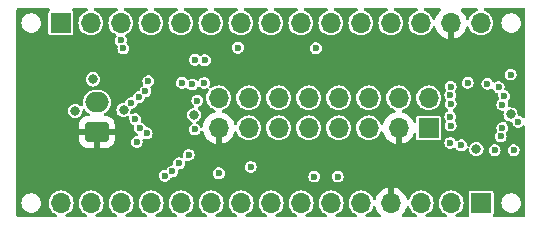
<source format=gbr>
%TF.GenerationSoftware,KiCad,Pcbnew,7.0.8*%
%TF.CreationDate,2023-10-16T17:27:27+02:00*%
%TF.ProjectId,LvL_shifter_shield,4c764c5f-7368-4696-9674-65725f736869,rev?*%
%TF.SameCoordinates,Original*%
%TF.FileFunction,Copper,L3,Inr*%
%TF.FilePolarity,Positive*%
%FSLAX46Y46*%
G04 Gerber Fmt 4.6, Leading zero omitted, Abs format (unit mm)*
G04 Created by KiCad (PCBNEW 7.0.8) date 2023-10-16 17:27:27*
%MOMM*%
%LPD*%
G01*
G04 APERTURE LIST*
G04 Aperture macros list*
%AMRoundRect*
0 Rectangle with rounded corners*
0 $1 Rounding radius*
0 $2 $3 $4 $5 $6 $7 $8 $9 X,Y pos of 4 corners*
0 Add a 4 corners polygon primitive as box body*
4,1,4,$2,$3,$4,$5,$6,$7,$8,$9,$2,$3,0*
0 Add four circle primitives for the rounded corners*
1,1,$1+$1,$2,$3*
1,1,$1+$1,$4,$5*
1,1,$1+$1,$6,$7*
1,1,$1+$1,$8,$9*
0 Add four rect primitives between the rounded corners*
20,1,$1+$1,$2,$3,$4,$5,0*
20,1,$1+$1,$4,$5,$6,$7,0*
20,1,$1+$1,$6,$7,$8,$9,0*
20,1,$1+$1,$8,$9,$2,$3,0*%
G04 Aperture macros list end*
%TA.AperFunction,ComponentPad*%
%ADD10RoundRect,0.250000X0.750000X-0.600000X0.750000X0.600000X-0.750000X0.600000X-0.750000X-0.600000X0*%
%TD*%
%TA.AperFunction,ComponentPad*%
%ADD11O,2.000000X1.700000*%
%TD*%
%TA.AperFunction,ComponentPad*%
%ADD12R,1.700000X1.700000*%
%TD*%
%TA.AperFunction,ComponentPad*%
%ADD13O,1.700000X1.700000*%
%TD*%
%TA.AperFunction,ViaPad*%
%ADD14C,0.600000*%
%TD*%
%TA.AperFunction,ViaPad*%
%ADD15C,0.800000*%
%TD*%
G04 APERTURE END LIST*
D10*
%TO.N,GND*%
%TO.C,J4*%
X109067600Y-87325200D03*
D11*
%TO.N,+5V*%
X109067600Y-84825200D03*
%TD*%
D12*
%TO.N,/G1*%
%TO.C,J1*%
X137160000Y-86995000D03*
D13*
%TO.N,/R1*%
X137160000Y-84455000D03*
%TO.N,GND*%
X134620000Y-86995000D03*
%TO.N,/B1*%
X134620000Y-84455000D03*
%TO.N,/G2*%
X132080000Y-86995000D03*
%TO.N,/R2*%
X132080000Y-84455000D03*
%TO.N,/E*%
X129540000Y-86995000D03*
%TO.N,/B2*%
X129540000Y-84455000D03*
%TO.N,/B*%
X127000000Y-86995000D03*
%TO.N,/A*%
X127000000Y-84455000D03*
%TO.N,/D*%
X124460000Y-86995000D03*
%TO.N,/C*%
X124460000Y-84455000D03*
%TO.N,/LAT*%
X121920000Y-86995000D03*
%TO.N,/CLK*%
X121920000Y-84455000D03*
%TO.N,GND*%
X119380000Y-86995000D03*
%TO.N,/OE*%
X119380000Y-84455000D03*
%TD*%
D12*
%TO.N,/PB22*%
%TO.C,J3*%
X141605000Y-93345000D03*
D13*
%TO.N,/PB23*%
X139065000Y-93345000D03*
%TO.N,/RESET2*%
X136525000Y-93345000D03*
%TO.N,GND*%
X133985000Y-93345000D03*
%TO.N,/PB10*%
X131445000Y-93345000D03*
%TO.N,/PB11*%
X128905000Y-93345000D03*
%TO.N,/PA07*%
X126365000Y-93345000D03*
%TO.N,/PA05*%
X123825000Y-93345000D03*
%TO.N,/PA04*%
X121285000Y-93345000D03*
%TO.N,/PA06*%
X118745000Y-93345000D03*
%TO.N,/PA18*%
X116205000Y-93345000D03*
%TO.N,/PA20*%
X113665000Y-93345000D03*
%TO.N,/PA21*%
X111125000Y-93345000D03*
%TO.N,/PA16*%
X108585000Y-93345000D03*
%TO.N,/PA19*%
X106045000Y-93345000D03*
%TD*%
D12*
%TO.N,/PA17*%
%TO.C,J2*%
X106019600Y-78105000D03*
D13*
%TO.N,+3.3V*%
X108559600Y-78105000D03*
%TO.N,/PA03*%
X111099600Y-78105000D03*
%TO.N,/PA02*%
X113639600Y-78105000D03*
%TO.N,/PB02*%
X116179600Y-78105000D03*
%TO.N,/PA11*%
X118719600Y-78105000D03*
%TO.N,/PA10*%
X121259600Y-78105000D03*
%TO.N,/PB08*%
X123799600Y-78105000D03*
%TO.N,/PB09*%
X126339600Y-78105000D03*
%TO.N,/PA09*%
X128879600Y-78105000D03*
%TO.N,/PB03*%
X131419600Y-78105000D03*
%TO.N,/+5V2*%
X133959600Y-78105000D03*
%TO.N,/RESET*%
X136499600Y-78105000D03*
%TO.N,GND*%
X139039600Y-78105000D03*
%TO.N,/VIN*%
X141579600Y-78105000D03*
%TD*%
D14*
%TO.N,/PA11*%
X118211600Y-81254600D03*
%TO.N,/PA10*%
X121005600Y-80195900D03*
%TO.N,/PA09*%
X127609600Y-80238600D03*
%TO.N,/PA17*%
X111302800Y-80264000D03*
%TO.N,/PA03*%
X111099600Y-79578200D03*
D15*
%TO.N,+3.3V*%
X108737400Y-82880200D03*
%TO.N,+5V*%
X107238800Y-85547200D03*
X117300798Y-85887100D03*
X141198600Y-88798400D03*
%TO.N,GND*%
X137936900Y-81280000D03*
X111582200Y-90144600D03*
X108839000Y-81280000D03*
X120548400Y-81280000D03*
%TO.N,+3.3V*%
X144094200Y-85852000D03*
X111328200Y-85496400D03*
D14*
%TO.N,/R1*%
X139014200Y-84963000D03*
%TO.N,/G1*%
X138988800Y-86049500D03*
%TO.N,/B1*%
X138988800Y-84201000D03*
%TO.N,/R2*%
X139014200Y-83489800D03*
%TO.N,/G2*%
X139014200Y-86791800D03*
%TO.N,/B2*%
X140462000Y-83176100D03*
%TO.N,/E*%
X138988800Y-88265000D03*
%TO.N,/A*%
X117144800Y-83312000D03*
%TO.N,/B*%
X139928600Y-88468200D03*
%TO.N,/C*%
X118160800Y-83185000D03*
%TO.N,/D*%
X117348000Y-87122000D03*
%TO.N,/CLK*%
X117584700Y-84685500D03*
%TO.N,/PA17*%
X144754600Y-86461600D03*
%TO.N,/PA03*%
X113436400Y-83032600D03*
%TO.N,/PA11*%
X116281200Y-83176100D03*
X112734972Y-87018757D03*
%TO.N,/PA10*%
X111963200Y-84886800D03*
%TO.N,/PA09*%
X112598200Y-84404200D03*
%TO.N,/PA07*%
X143256000Y-87706200D03*
%TO.N,/PA05*%
X116027200Y-89992200D03*
X113182400Y-83896200D03*
X112445800Y-88188800D03*
%TO.N,/PA04*%
X129463800Y-91109800D03*
X127482600Y-91109800D03*
X142753323Y-88879923D03*
%TO.N,/PA06*%
X119405400Y-90838500D03*
X113284000Y-87452200D03*
X116840000Y-89281000D03*
%TO.N,/PA18*%
X143560800Y-84302600D03*
X122097800Y-90297000D03*
%TO.N,/PA20*%
X143408400Y-86995000D03*
%TO.N,/PA21*%
X114833400Y-91033600D03*
X142138400Y-83261200D03*
%TO.N,/PA16*%
X143390377Y-85021177D03*
X115468400Y-90678000D03*
%TO.N,/PA19*%
X143078200Y-83540600D03*
X144348200Y-88874600D03*
%TO.N,Net-(U1-OE)*%
X144094200Y-82473800D03*
%TO.N,Net-(U2-OE)*%
X117368077Y-81223877D03*
X112318800Y-86258400D03*
%TD*%
%TA.AperFunction,Conductor*%
%TO.N,GND*%
G36*
X105057536Y-76880085D02*
G01*
X105103291Y-76932889D01*
X105113235Y-77002047D01*
X105084210Y-77065603D01*
X105059388Y-77087502D01*
X105025047Y-77110447D01*
X104980732Y-77176769D01*
X104980731Y-77176770D01*
X104969100Y-77235247D01*
X104969100Y-78974752D01*
X104980731Y-79033229D01*
X104980732Y-79033230D01*
X105025047Y-79099552D01*
X105091369Y-79143867D01*
X105091370Y-79143868D01*
X105149847Y-79155499D01*
X105149850Y-79155500D01*
X105149852Y-79155500D01*
X106889350Y-79155500D01*
X106889351Y-79155499D01*
X106904168Y-79152552D01*
X106947829Y-79143868D01*
X106947829Y-79143867D01*
X106947831Y-79143867D01*
X107014152Y-79099552D01*
X107058467Y-79033231D01*
X107058467Y-79033229D01*
X107058468Y-79033229D01*
X107068522Y-78982682D01*
X107070100Y-78974748D01*
X107070100Y-77235252D01*
X107070100Y-77235249D01*
X107070099Y-77235247D01*
X107058468Y-77176770D01*
X107058467Y-77176769D01*
X107014152Y-77110447D01*
X106979812Y-77087502D01*
X106935007Y-77033889D01*
X106926300Y-76964564D01*
X106956455Y-76901537D01*
X107015898Y-76864818D01*
X107048703Y-76860400D01*
X108207694Y-76860400D01*
X108274733Y-76880085D01*
X108320488Y-76932889D01*
X108330432Y-77002047D01*
X108301407Y-77065603D01*
X108243689Y-77103060D01*
X108155646Y-77129768D01*
X108155643Y-77129769D01*
X108067714Y-77176769D01*
X107973150Y-77227315D01*
X107973148Y-77227316D01*
X107973147Y-77227317D01*
X107813189Y-77358589D01*
X107681917Y-77518547D01*
X107584369Y-77701043D01*
X107524299Y-77899067D01*
X107504017Y-78105000D01*
X107524299Y-78310932D01*
X107545323Y-78380238D01*
X107564242Y-78442608D01*
X107584369Y-78508956D01*
X107591102Y-78521554D01*
X107681915Y-78691450D01*
X107681917Y-78691452D01*
X107813189Y-78851410D01*
X107898634Y-78921532D01*
X107973150Y-78982685D01*
X108155646Y-79080232D01*
X108353666Y-79140300D01*
X108353665Y-79140300D01*
X108372129Y-79142118D01*
X108559600Y-79160583D01*
X108765534Y-79140300D01*
X108963554Y-79080232D01*
X109146050Y-78982685D01*
X109306010Y-78851410D01*
X109437285Y-78691450D01*
X109534832Y-78508954D01*
X109594900Y-78310934D01*
X109615183Y-78105000D01*
X109594900Y-77899066D01*
X109534832Y-77701046D01*
X109437285Y-77518550D01*
X109368148Y-77434306D01*
X109306010Y-77358589D01*
X109155721Y-77235252D01*
X109146050Y-77227315D01*
X108963554Y-77129768D01*
X108875510Y-77103060D01*
X108817072Y-77064763D01*
X108788616Y-77000951D01*
X108799176Y-76931884D01*
X108845400Y-76879490D01*
X108911506Y-76860400D01*
X110747694Y-76860400D01*
X110814733Y-76880085D01*
X110860488Y-76932889D01*
X110870432Y-77002047D01*
X110841407Y-77065603D01*
X110783689Y-77103060D01*
X110695646Y-77129768D01*
X110695643Y-77129769D01*
X110607714Y-77176769D01*
X110513150Y-77227315D01*
X110513148Y-77227316D01*
X110513147Y-77227317D01*
X110353189Y-77358589D01*
X110221917Y-77518547D01*
X110124369Y-77701043D01*
X110064299Y-77899067D01*
X110044017Y-78105000D01*
X110064299Y-78310932D01*
X110085323Y-78380238D01*
X110104242Y-78442608D01*
X110124369Y-78508956D01*
X110131102Y-78521554D01*
X110221915Y-78691450D01*
X110221917Y-78691452D01*
X110353189Y-78851410D01*
X110438634Y-78921532D01*
X110513150Y-78982685D01*
X110677061Y-79070298D01*
X110726905Y-79119261D01*
X110742365Y-79187399D01*
X110718533Y-79253078D01*
X110712321Y-79260857D01*
X110674225Y-79304822D01*
X110674222Y-79304828D01*
X110614434Y-79435743D01*
X110593953Y-79578200D01*
X110614434Y-79720656D01*
X110640918Y-79778647D01*
X110674223Y-79851573D01*
X110768472Y-79960343D01*
X110773001Y-79963253D01*
X110818756Y-80016053D01*
X110828703Y-80085211D01*
X110818760Y-80119078D01*
X110817636Y-80121538D01*
X110817634Y-80121543D01*
X110797153Y-80264000D01*
X110817634Y-80406456D01*
X110846322Y-80469273D01*
X110877423Y-80537373D01*
X110971672Y-80646143D01*
X111092747Y-80723953D01*
X111092750Y-80723954D01*
X111092749Y-80723954D01*
X111195419Y-80754100D01*
X111228877Y-80763924D01*
X111230836Y-80764499D01*
X111230838Y-80764500D01*
X111230839Y-80764500D01*
X111374762Y-80764500D01*
X111374762Y-80764499D01*
X111512853Y-80723953D01*
X111633928Y-80646143D01*
X111728177Y-80537373D01*
X111787965Y-80406457D01*
X111808447Y-80264000D01*
X111798656Y-80195900D01*
X120499953Y-80195900D01*
X120520434Y-80338356D01*
X120580222Y-80469271D01*
X120580223Y-80469273D01*
X120674472Y-80578043D01*
X120795547Y-80655853D01*
X120795550Y-80655854D01*
X120795549Y-80655854D01*
X120933636Y-80696399D01*
X120933638Y-80696400D01*
X120933639Y-80696400D01*
X121077562Y-80696400D01*
X121077562Y-80696399D01*
X121215653Y-80655853D01*
X121336728Y-80578043D01*
X121430977Y-80469273D01*
X121490765Y-80338357D01*
X121505108Y-80238600D01*
X127103953Y-80238600D01*
X127124434Y-80381056D01*
X127164721Y-80469271D01*
X127184223Y-80511973D01*
X127278472Y-80620743D01*
X127399547Y-80698553D01*
X127399550Y-80698554D01*
X127399549Y-80698554D01*
X127537636Y-80739099D01*
X127537638Y-80739100D01*
X127537639Y-80739100D01*
X127681562Y-80739100D01*
X127681562Y-80739099D01*
X127819653Y-80698553D01*
X127940728Y-80620743D01*
X128034977Y-80511973D01*
X128094765Y-80381057D01*
X128115247Y-80238600D01*
X128094765Y-80096143D01*
X128034977Y-79965227D01*
X127940728Y-79856457D01*
X127819653Y-79778647D01*
X127819651Y-79778646D01*
X127819649Y-79778645D01*
X127819650Y-79778645D01*
X127681563Y-79738100D01*
X127681561Y-79738100D01*
X127537639Y-79738100D01*
X127537636Y-79738100D01*
X127399549Y-79778645D01*
X127278473Y-79856456D01*
X127184223Y-79965226D01*
X127184222Y-79965228D01*
X127124434Y-80096143D01*
X127103953Y-80238600D01*
X121505108Y-80238600D01*
X121511247Y-80195900D01*
X121490765Y-80053443D01*
X121430977Y-79922527D01*
X121336728Y-79813757D01*
X121215653Y-79735947D01*
X121215651Y-79735946D01*
X121215649Y-79735945D01*
X121215650Y-79735945D01*
X121077563Y-79695400D01*
X121077561Y-79695400D01*
X120933639Y-79695400D01*
X120933636Y-79695400D01*
X120795549Y-79735945D01*
X120674473Y-79813756D01*
X120674472Y-79813756D01*
X120674472Y-79813757D01*
X120663746Y-79826136D01*
X120580223Y-79922526D01*
X120580222Y-79922528D01*
X120520434Y-80053443D01*
X120499953Y-80195900D01*
X111798656Y-80195900D01*
X111787965Y-80121543D01*
X111728177Y-79990627D01*
X111633928Y-79881857D01*
X111633925Y-79881855D01*
X111633924Y-79881853D01*
X111629392Y-79878941D01*
X111583639Y-79826136D01*
X111573698Y-79756977D01*
X111583641Y-79723117D01*
X111584765Y-79720657D01*
X111605247Y-79578200D01*
X111584765Y-79435743D01*
X111524977Y-79304827D01*
X111486877Y-79260857D01*
X111457853Y-79197303D01*
X111467796Y-79128145D01*
X111513551Y-79075341D01*
X111522127Y-79070304D01*
X111686050Y-78982685D01*
X111846010Y-78851410D01*
X111977285Y-78691450D01*
X112074832Y-78508954D01*
X112134900Y-78310934D01*
X112155183Y-78105000D01*
X112134900Y-77899066D01*
X112074832Y-77701046D01*
X111977285Y-77518550D01*
X111908148Y-77434306D01*
X111846010Y-77358589D01*
X111695721Y-77235252D01*
X111686050Y-77227315D01*
X111503554Y-77129768D01*
X111415510Y-77103060D01*
X111357072Y-77064763D01*
X111328616Y-77000951D01*
X111339176Y-76931884D01*
X111385400Y-76879490D01*
X111451506Y-76860400D01*
X113287694Y-76860400D01*
X113354733Y-76880085D01*
X113400488Y-76932889D01*
X113410432Y-77002047D01*
X113381407Y-77065603D01*
X113323689Y-77103060D01*
X113235646Y-77129768D01*
X113235643Y-77129769D01*
X113147714Y-77176769D01*
X113053150Y-77227315D01*
X113053148Y-77227316D01*
X113053147Y-77227317D01*
X112893189Y-77358589D01*
X112761917Y-77518547D01*
X112664369Y-77701043D01*
X112604299Y-77899067D01*
X112584017Y-78105000D01*
X112604299Y-78310932D01*
X112625323Y-78380238D01*
X112644242Y-78442608D01*
X112664369Y-78508956D01*
X112671102Y-78521554D01*
X112761915Y-78691450D01*
X112761917Y-78691452D01*
X112893189Y-78851410D01*
X112978634Y-78921532D01*
X113053150Y-78982685D01*
X113235646Y-79080232D01*
X113433666Y-79140300D01*
X113433665Y-79140300D01*
X113452129Y-79142118D01*
X113639600Y-79160583D01*
X113845534Y-79140300D01*
X114043554Y-79080232D01*
X114226050Y-78982685D01*
X114386010Y-78851410D01*
X114517285Y-78691450D01*
X114614832Y-78508954D01*
X114674900Y-78310934D01*
X114695183Y-78105000D01*
X114674900Y-77899066D01*
X114614832Y-77701046D01*
X114517285Y-77518550D01*
X114448148Y-77434306D01*
X114386010Y-77358589D01*
X114235721Y-77235252D01*
X114226050Y-77227315D01*
X114043554Y-77129768D01*
X113955510Y-77103060D01*
X113897072Y-77064763D01*
X113868616Y-77000951D01*
X113879176Y-76931884D01*
X113925400Y-76879490D01*
X113991506Y-76860400D01*
X115827694Y-76860400D01*
X115894733Y-76880085D01*
X115940488Y-76932889D01*
X115950432Y-77002047D01*
X115921407Y-77065603D01*
X115863689Y-77103060D01*
X115775646Y-77129768D01*
X115775643Y-77129769D01*
X115687714Y-77176769D01*
X115593150Y-77227315D01*
X115593148Y-77227316D01*
X115593147Y-77227317D01*
X115433189Y-77358589D01*
X115301917Y-77518547D01*
X115204369Y-77701043D01*
X115144299Y-77899067D01*
X115124017Y-78105000D01*
X115144299Y-78310932D01*
X115165323Y-78380238D01*
X115184242Y-78442608D01*
X115204369Y-78508956D01*
X115211102Y-78521554D01*
X115301915Y-78691450D01*
X115301917Y-78691452D01*
X115433189Y-78851410D01*
X115518634Y-78921532D01*
X115593150Y-78982685D01*
X115775646Y-79080232D01*
X115973666Y-79140300D01*
X115973665Y-79140300D01*
X115992129Y-79142118D01*
X116179600Y-79160583D01*
X116385534Y-79140300D01*
X116583554Y-79080232D01*
X116766050Y-78982685D01*
X116926010Y-78851410D01*
X117057285Y-78691450D01*
X117154832Y-78508954D01*
X117214900Y-78310934D01*
X117235183Y-78105000D01*
X117214900Y-77899066D01*
X117154832Y-77701046D01*
X117057285Y-77518550D01*
X116988148Y-77434306D01*
X116926010Y-77358589D01*
X116775721Y-77235252D01*
X116766050Y-77227315D01*
X116583554Y-77129768D01*
X116495510Y-77103060D01*
X116437072Y-77064763D01*
X116408616Y-77000951D01*
X116419176Y-76931884D01*
X116465400Y-76879490D01*
X116531506Y-76860400D01*
X118367694Y-76860400D01*
X118434733Y-76880085D01*
X118480488Y-76932889D01*
X118490432Y-77002047D01*
X118461407Y-77065603D01*
X118403689Y-77103060D01*
X118315646Y-77129768D01*
X118315643Y-77129769D01*
X118227714Y-77176769D01*
X118133150Y-77227315D01*
X118133148Y-77227316D01*
X118133147Y-77227317D01*
X117973189Y-77358589D01*
X117841917Y-77518547D01*
X117744369Y-77701043D01*
X117684299Y-77899067D01*
X117664017Y-78105000D01*
X117684299Y-78310932D01*
X117705323Y-78380238D01*
X117724242Y-78442608D01*
X117744369Y-78508956D01*
X117751102Y-78521554D01*
X117841915Y-78691450D01*
X117841917Y-78691452D01*
X117973189Y-78851410D01*
X118058634Y-78921532D01*
X118133150Y-78982685D01*
X118315646Y-79080232D01*
X118513666Y-79140300D01*
X118513665Y-79140300D01*
X118532129Y-79142118D01*
X118719600Y-79160583D01*
X118925534Y-79140300D01*
X119123554Y-79080232D01*
X119306050Y-78982685D01*
X119466010Y-78851410D01*
X119597285Y-78691450D01*
X119694832Y-78508954D01*
X119754900Y-78310934D01*
X119775183Y-78105000D01*
X119754900Y-77899066D01*
X119694832Y-77701046D01*
X119597285Y-77518550D01*
X119528148Y-77434306D01*
X119466010Y-77358589D01*
X119315721Y-77235252D01*
X119306050Y-77227315D01*
X119123554Y-77129768D01*
X119035510Y-77103060D01*
X118977072Y-77064763D01*
X118948616Y-77000951D01*
X118959176Y-76931884D01*
X119005400Y-76879490D01*
X119071506Y-76860400D01*
X120907694Y-76860400D01*
X120974733Y-76880085D01*
X121020488Y-76932889D01*
X121030432Y-77002047D01*
X121001407Y-77065603D01*
X120943689Y-77103060D01*
X120855646Y-77129768D01*
X120855643Y-77129769D01*
X120767714Y-77176769D01*
X120673150Y-77227315D01*
X120673148Y-77227316D01*
X120673147Y-77227317D01*
X120513189Y-77358589D01*
X120381917Y-77518547D01*
X120284369Y-77701043D01*
X120224299Y-77899067D01*
X120204017Y-78105000D01*
X120224299Y-78310932D01*
X120245323Y-78380238D01*
X120264242Y-78442608D01*
X120284369Y-78508956D01*
X120291102Y-78521554D01*
X120381915Y-78691450D01*
X120381917Y-78691452D01*
X120513189Y-78851410D01*
X120598634Y-78921532D01*
X120673150Y-78982685D01*
X120855646Y-79080232D01*
X121053666Y-79140300D01*
X121053665Y-79140300D01*
X121072129Y-79142118D01*
X121259600Y-79160583D01*
X121465534Y-79140300D01*
X121663554Y-79080232D01*
X121846050Y-78982685D01*
X122006010Y-78851410D01*
X122137285Y-78691450D01*
X122234832Y-78508954D01*
X122294900Y-78310934D01*
X122315183Y-78105000D01*
X122294900Y-77899066D01*
X122234832Y-77701046D01*
X122137285Y-77518550D01*
X122068148Y-77434306D01*
X122006010Y-77358589D01*
X121855721Y-77235252D01*
X121846050Y-77227315D01*
X121663554Y-77129768D01*
X121575510Y-77103060D01*
X121517072Y-77064763D01*
X121488616Y-77000951D01*
X121499176Y-76931884D01*
X121545400Y-76879490D01*
X121611506Y-76860400D01*
X123447694Y-76860400D01*
X123514733Y-76880085D01*
X123560488Y-76932889D01*
X123570432Y-77002047D01*
X123541407Y-77065603D01*
X123483689Y-77103060D01*
X123395646Y-77129768D01*
X123395643Y-77129769D01*
X123307714Y-77176769D01*
X123213150Y-77227315D01*
X123213148Y-77227316D01*
X123213147Y-77227317D01*
X123053189Y-77358589D01*
X122921917Y-77518547D01*
X122824369Y-77701043D01*
X122764299Y-77899067D01*
X122744017Y-78105000D01*
X122764299Y-78310932D01*
X122785323Y-78380238D01*
X122804242Y-78442608D01*
X122824369Y-78508956D01*
X122831102Y-78521554D01*
X122921915Y-78691450D01*
X122921917Y-78691452D01*
X123053189Y-78851410D01*
X123138634Y-78921532D01*
X123213150Y-78982685D01*
X123395646Y-79080232D01*
X123593666Y-79140300D01*
X123593665Y-79140300D01*
X123612129Y-79142118D01*
X123799600Y-79160583D01*
X124005534Y-79140300D01*
X124203554Y-79080232D01*
X124386050Y-78982685D01*
X124546010Y-78851410D01*
X124677285Y-78691450D01*
X124774832Y-78508954D01*
X124834900Y-78310934D01*
X124855183Y-78105000D01*
X124834900Y-77899066D01*
X124774832Y-77701046D01*
X124677285Y-77518550D01*
X124608148Y-77434306D01*
X124546010Y-77358589D01*
X124395721Y-77235252D01*
X124386050Y-77227315D01*
X124203554Y-77129768D01*
X124115510Y-77103060D01*
X124057072Y-77064763D01*
X124028616Y-77000951D01*
X124039176Y-76931884D01*
X124085400Y-76879490D01*
X124151506Y-76860400D01*
X125987694Y-76860400D01*
X126054733Y-76880085D01*
X126100488Y-76932889D01*
X126110432Y-77002047D01*
X126081407Y-77065603D01*
X126023689Y-77103060D01*
X125935646Y-77129768D01*
X125935643Y-77129769D01*
X125847714Y-77176769D01*
X125753150Y-77227315D01*
X125753148Y-77227316D01*
X125753147Y-77227317D01*
X125593189Y-77358589D01*
X125461917Y-77518547D01*
X125364369Y-77701043D01*
X125304299Y-77899067D01*
X125284017Y-78105000D01*
X125304299Y-78310932D01*
X125325323Y-78380238D01*
X125344242Y-78442608D01*
X125364369Y-78508956D01*
X125371102Y-78521554D01*
X125461915Y-78691450D01*
X125461917Y-78691452D01*
X125593189Y-78851410D01*
X125678634Y-78921532D01*
X125753150Y-78982685D01*
X125935646Y-79080232D01*
X126133666Y-79140300D01*
X126133665Y-79140300D01*
X126152129Y-79142118D01*
X126339600Y-79160583D01*
X126545534Y-79140300D01*
X126743554Y-79080232D01*
X126926050Y-78982685D01*
X127086010Y-78851410D01*
X127217285Y-78691450D01*
X127314832Y-78508954D01*
X127374900Y-78310934D01*
X127395183Y-78105000D01*
X127374900Y-77899066D01*
X127314832Y-77701046D01*
X127217285Y-77518550D01*
X127148148Y-77434306D01*
X127086010Y-77358589D01*
X126935721Y-77235252D01*
X126926050Y-77227315D01*
X126743554Y-77129768D01*
X126655510Y-77103060D01*
X126597072Y-77064763D01*
X126568616Y-77000951D01*
X126579176Y-76931884D01*
X126625400Y-76879490D01*
X126691506Y-76860400D01*
X128527694Y-76860400D01*
X128594733Y-76880085D01*
X128640488Y-76932889D01*
X128650432Y-77002047D01*
X128621407Y-77065603D01*
X128563689Y-77103060D01*
X128475646Y-77129768D01*
X128475643Y-77129769D01*
X128387714Y-77176769D01*
X128293150Y-77227315D01*
X128293148Y-77227316D01*
X128293147Y-77227317D01*
X128133189Y-77358589D01*
X128001917Y-77518547D01*
X127904369Y-77701043D01*
X127844299Y-77899067D01*
X127824017Y-78105000D01*
X127844299Y-78310932D01*
X127865323Y-78380238D01*
X127884242Y-78442608D01*
X127904369Y-78508956D01*
X127911102Y-78521554D01*
X128001915Y-78691450D01*
X128001917Y-78691452D01*
X128133189Y-78851410D01*
X128218634Y-78921532D01*
X128293150Y-78982685D01*
X128475646Y-79080232D01*
X128673666Y-79140300D01*
X128673665Y-79140300D01*
X128692129Y-79142118D01*
X128879600Y-79160583D01*
X129085534Y-79140300D01*
X129283554Y-79080232D01*
X129466050Y-78982685D01*
X129626010Y-78851410D01*
X129757285Y-78691450D01*
X129854832Y-78508954D01*
X129914900Y-78310934D01*
X129935183Y-78105000D01*
X129914900Y-77899066D01*
X129854832Y-77701046D01*
X129757285Y-77518550D01*
X129688148Y-77434306D01*
X129626010Y-77358589D01*
X129475721Y-77235252D01*
X129466050Y-77227315D01*
X129283554Y-77129768D01*
X129195510Y-77103060D01*
X129137072Y-77064763D01*
X129108616Y-77000951D01*
X129119176Y-76931884D01*
X129165400Y-76879490D01*
X129231506Y-76860400D01*
X131067694Y-76860400D01*
X131134733Y-76880085D01*
X131180488Y-76932889D01*
X131190432Y-77002047D01*
X131161407Y-77065603D01*
X131103689Y-77103060D01*
X131015646Y-77129768D01*
X131015643Y-77129769D01*
X130927714Y-77176769D01*
X130833150Y-77227315D01*
X130833148Y-77227316D01*
X130833147Y-77227317D01*
X130673189Y-77358589D01*
X130541917Y-77518547D01*
X130444369Y-77701043D01*
X130384299Y-77899067D01*
X130364017Y-78105000D01*
X130384299Y-78310932D01*
X130405323Y-78380238D01*
X130424242Y-78442608D01*
X130444369Y-78508956D01*
X130451102Y-78521554D01*
X130541915Y-78691450D01*
X130541917Y-78691452D01*
X130673189Y-78851410D01*
X130758634Y-78921532D01*
X130833150Y-78982685D01*
X131015646Y-79080232D01*
X131213666Y-79140300D01*
X131213665Y-79140300D01*
X131232129Y-79142118D01*
X131419600Y-79160583D01*
X131625534Y-79140300D01*
X131823554Y-79080232D01*
X132006050Y-78982685D01*
X132166010Y-78851410D01*
X132297285Y-78691450D01*
X132394832Y-78508954D01*
X132454900Y-78310934D01*
X132475183Y-78105000D01*
X132454900Y-77899066D01*
X132394832Y-77701046D01*
X132297285Y-77518550D01*
X132228148Y-77434306D01*
X132166010Y-77358589D01*
X132015721Y-77235252D01*
X132006050Y-77227315D01*
X131823554Y-77129768D01*
X131735510Y-77103060D01*
X131677072Y-77064763D01*
X131648616Y-77000951D01*
X131659176Y-76931884D01*
X131705400Y-76879490D01*
X131771506Y-76860400D01*
X133607694Y-76860400D01*
X133674733Y-76880085D01*
X133720488Y-76932889D01*
X133730432Y-77002047D01*
X133701407Y-77065603D01*
X133643689Y-77103060D01*
X133555646Y-77129768D01*
X133555643Y-77129769D01*
X133467714Y-77176769D01*
X133373150Y-77227315D01*
X133373148Y-77227316D01*
X133373147Y-77227317D01*
X133213189Y-77358589D01*
X133081917Y-77518547D01*
X132984369Y-77701043D01*
X132924299Y-77899067D01*
X132904017Y-78105000D01*
X132924299Y-78310932D01*
X132945323Y-78380238D01*
X132964242Y-78442608D01*
X132984369Y-78508956D01*
X132991102Y-78521554D01*
X133081915Y-78691450D01*
X133081917Y-78691452D01*
X133213189Y-78851410D01*
X133298634Y-78921532D01*
X133373150Y-78982685D01*
X133555646Y-79080232D01*
X133753666Y-79140300D01*
X133753665Y-79140300D01*
X133772129Y-79142118D01*
X133959600Y-79160583D01*
X134165534Y-79140300D01*
X134363554Y-79080232D01*
X134546050Y-78982685D01*
X134706010Y-78851410D01*
X134837285Y-78691450D01*
X134934832Y-78508954D01*
X134994900Y-78310934D01*
X135015183Y-78105000D01*
X134994900Y-77899066D01*
X134934832Y-77701046D01*
X134837285Y-77518550D01*
X134768148Y-77434306D01*
X134706010Y-77358589D01*
X134555721Y-77235252D01*
X134546050Y-77227315D01*
X134363554Y-77129768D01*
X134275510Y-77103060D01*
X134217072Y-77064763D01*
X134188616Y-77000951D01*
X134199176Y-76931884D01*
X134245400Y-76879490D01*
X134311506Y-76860400D01*
X136147694Y-76860400D01*
X136214733Y-76880085D01*
X136260488Y-76932889D01*
X136270432Y-77002047D01*
X136241407Y-77065603D01*
X136183689Y-77103060D01*
X136095646Y-77129768D01*
X136095643Y-77129769D01*
X136007714Y-77176769D01*
X135913150Y-77227315D01*
X135913148Y-77227316D01*
X135913147Y-77227317D01*
X135753189Y-77358589D01*
X135621917Y-77518547D01*
X135524369Y-77701043D01*
X135464299Y-77899067D01*
X135444017Y-78105000D01*
X135464299Y-78310932D01*
X135485323Y-78380238D01*
X135504242Y-78442608D01*
X135524369Y-78508956D01*
X135531102Y-78521554D01*
X135621915Y-78691450D01*
X135621917Y-78691452D01*
X135753189Y-78851410D01*
X135838634Y-78921532D01*
X135913150Y-78982685D01*
X136095646Y-79080232D01*
X136293666Y-79140300D01*
X136293665Y-79140300D01*
X136312129Y-79142118D01*
X136499600Y-79160583D01*
X136705534Y-79140300D01*
X136903554Y-79080232D01*
X137086050Y-78982685D01*
X137246010Y-78851410D01*
X137377285Y-78691450D01*
X137474832Y-78508954D01*
X137495006Y-78442446D01*
X137533302Y-78384010D01*
X137597114Y-78355553D01*
X137666181Y-78366112D01*
X137718575Y-78412336D01*
X137733441Y-78446349D01*
X137766167Y-78568486D01*
X137766170Y-78568492D01*
X137865999Y-78782578D01*
X138001494Y-78976082D01*
X138168517Y-79143105D01*
X138362021Y-79278600D01*
X138576107Y-79378429D01*
X138576116Y-79378433D01*
X138789600Y-79435634D01*
X138789600Y-78540501D01*
X138897285Y-78589680D01*
X139003837Y-78605000D01*
X139075363Y-78605000D01*
X139181915Y-78589680D01*
X139289600Y-78540501D01*
X139289600Y-79435633D01*
X139503083Y-79378433D01*
X139503092Y-79378429D01*
X139717178Y-79278600D01*
X139910682Y-79143105D01*
X140077705Y-78976082D01*
X140213200Y-78782578D01*
X140313029Y-78568492D01*
X140313033Y-78568483D01*
X140345758Y-78446350D01*
X140382122Y-78386690D01*
X140444969Y-78356160D01*
X140514345Y-78364454D01*
X140568223Y-78408939D01*
X140584193Y-78442447D01*
X140584242Y-78442608D01*
X140604369Y-78508956D01*
X140611102Y-78521554D01*
X140701915Y-78691450D01*
X140701917Y-78691452D01*
X140833189Y-78851410D01*
X140918634Y-78921532D01*
X140993150Y-78982685D01*
X141175646Y-79080232D01*
X141373666Y-79140300D01*
X141373665Y-79140300D01*
X141392129Y-79142118D01*
X141579600Y-79160583D01*
X141785534Y-79140300D01*
X141983554Y-79080232D01*
X142166050Y-78982685D01*
X142326010Y-78851410D01*
X142457285Y-78691450D01*
X142554832Y-78508954D01*
X142614900Y-78310934D01*
X142635183Y-78105000D01*
X143314953Y-78105000D01*
X143333092Y-78277576D01*
X143333093Y-78277579D01*
X143386712Y-78442608D01*
X143473477Y-78592887D01*
X143473476Y-78592887D01*
X143585879Y-78717723D01*
X143589590Y-78721845D01*
X143723364Y-78819038D01*
X143729976Y-78823842D01*
X143888495Y-78894420D01*
X143888498Y-78894421D01*
X143888499Y-78894421D01*
X143888501Y-78894422D01*
X143915933Y-78900252D01*
X143919594Y-78901149D01*
X143923628Y-78902269D01*
X143923638Y-78902273D01*
X143930096Y-78903331D01*
X143932899Y-78903859D01*
X144058236Y-78930500D01*
X144058237Y-78930500D01*
X144085723Y-78930500D01*
X144093478Y-78931130D01*
X144093493Y-78930855D01*
X144100194Y-78931217D01*
X144100204Y-78931219D01*
X144111788Y-78930590D01*
X144115142Y-78930500D01*
X144231760Y-78930500D01*
X144231764Y-78930500D01*
X144262850Y-78923892D01*
X144272231Y-78922650D01*
X144272227Y-78922620D01*
X144278854Y-78921532D01*
X144278864Y-78921532D01*
X144293099Y-78917579D01*
X144296712Y-78916694D01*
X144401499Y-78894422D01*
X144434517Y-78879721D01*
X144450197Y-78874090D01*
X144451250Y-78873669D01*
X144451264Y-78873666D01*
X144465900Y-78865905D01*
X144469679Y-78864066D01*
X144560024Y-78823842D01*
X144596399Y-78797413D01*
X144603794Y-78792799D01*
X144609344Y-78789857D01*
X144622610Y-78778587D01*
X144626269Y-78775711D01*
X144700410Y-78721845D01*
X144733395Y-78685210D01*
X144739321Y-78679453D01*
X144745712Y-78674025D01*
X144756351Y-78660029D01*
X144759572Y-78656138D01*
X144816522Y-78592889D01*
X144843415Y-78546309D01*
X144847723Y-78539830D01*
X144853991Y-78531586D01*
X144861203Y-78515995D01*
X144863741Y-78511103D01*
X144903286Y-78442611D01*
X144921330Y-78387073D01*
X144924012Y-78380238D01*
X144929119Y-78369200D01*
X144932634Y-78353229D01*
X144934215Y-78347418D01*
X144944799Y-78314844D01*
X144956908Y-78277576D01*
X144963513Y-78214731D01*
X144964614Y-78207943D01*
X144967582Y-78194461D01*
X144968188Y-78172019D01*
X144968503Y-78167256D01*
X144975047Y-78105000D01*
X144968500Y-78042717D01*
X144968188Y-78037979D01*
X144967582Y-78015539D01*
X144964615Y-78002061D01*
X144963511Y-77995245D01*
X144956908Y-77932424D01*
X144934213Y-77862577D01*
X144932630Y-77856750D01*
X144929120Y-77840804D01*
X144929119Y-77840803D01*
X144929119Y-77840800D01*
X144924018Y-77829774D01*
X144921324Y-77822907D01*
X144903286Y-77767389D01*
X144881746Y-77730082D01*
X144863761Y-77698929D01*
X144861183Y-77693959D01*
X144853991Y-77678414D01*
X144847736Y-77670186D01*
X144843404Y-77663671D01*
X144816522Y-77617111D01*
X144759592Y-77553884D01*
X144756324Y-77549935D01*
X144745712Y-77535975D01*
X144745710Y-77535973D01*
X144739330Y-77530554D01*
X144733390Y-77524782D01*
X144700411Y-77488156D01*
X144700407Y-77488153D01*
X144626285Y-77434299D01*
X144622596Y-77431399D01*
X144609347Y-77420145D01*
X144609346Y-77420144D01*
X144609050Y-77419987D01*
X144603794Y-77417200D01*
X144596401Y-77412587D01*
X144577821Y-77399088D01*
X144560028Y-77386160D01*
X144469704Y-77345945D01*
X144465880Y-77344083D01*
X144451264Y-77336334D01*
X144451261Y-77336333D01*
X144450243Y-77335927D01*
X144434503Y-77330272D01*
X144420129Y-77323872D01*
X144401498Y-77315577D01*
X144296760Y-77293315D01*
X144293066Y-77292411D01*
X144278862Y-77288467D01*
X144272229Y-77287380D01*
X144272233Y-77287350D01*
X144262849Y-77286106D01*
X144231766Y-77279500D01*
X144231764Y-77279500D01*
X144115142Y-77279500D01*
X144111788Y-77279409D01*
X144100204Y-77278781D01*
X144093493Y-77279145D01*
X144093478Y-77278869D01*
X144085723Y-77279500D01*
X144058232Y-77279500D01*
X143932932Y-77306134D01*
X143930074Y-77306671D01*
X143923632Y-77307727D01*
X143919580Y-77308852D01*
X143915897Y-77309753D01*
X143888502Y-77315577D01*
X143729977Y-77386158D01*
X143729972Y-77386160D01*
X143589591Y-77488153D01*
X143589589Y-77488155D01*
X143473477Y-77617112D01*
X143386712Y-77767391D01*
X143334695Y-77927489D01*
X143333092Y-77932424D01*
X143314953Y-78105000D01*
X142635183Y-78105000D01*
X142614900Y-77899066D01*
X142554832Y-77701046D01*
X142457285Y-77518550D01*
X142388148Y-77434306D01*
X142326010Y-77358589D01*
X142175721Y-77235252D01*
X142166050Y-77227315D01*
X141983554Y-77129768D01*
X141895510Y-77103060D01*
X141837072Y-77064763D01*
X141808616Y-77000951D01*
X141819176Y-76931884D01*
X141865400Y-76879490D01*
X141931506Y-76860400D01*
X145214800Y-76860400D01*
X145281839Y-76880085D01*
X145327594Y-76932889D01*
X145338800Y-76984400D01*
X145338800Y-86039061D01*
X145319115Y-86106100D01*
X145266311Y-86151855D01*
X145197153Y-86161799D01*
X145133597Y-86132774D01*
X145121087Y-86120264D01*
X145085728Y-86079457D01*
X144964653Y-86001647D01*
X144964651Y-86001646D01*
X144964649Y-86001645D01*
X144964650Y-86001645D01*
X144826563Y-85961100D01*
X144826561Y-85961100D01*
X144822990Y-85961100D01*
X144819563Y-85960093D01*
X144817784Y-85959838D01*
X144817820Y-85959582D01*
X144755951Y-85941415D01*
X144710196Y-85888611D01*
X144700051Y-85853285D01*
X144694124Y-85808268D01*
X144679244Y-85695238D01*
X144618736Y-85549159D01*
X144522482Y-85423718D01*
X144397041Y-85327464D01*
X144317280Y-85294426D01*
X144250962Y-85266956D01*
X144250960Y-85266955D01*
X144094201Y-85246318D01*
X144094197Y-85246318D01*
X144021411Y-85255900D01*
X143952376Y-85245134D01*
X143900121Y-85198754D01*
X143881236Y-85131485D01*
X143882489Y-85115314D01*
X143883906Y-85105457D01*
X143896024Y-85021177D01*
X143875542Y-84878720D01*
X143855277Y-84834347D01*
X143845334Y-84765193D01*
X143874358Y-84701636D01*
X143886874Y-84689121D01*
X143891919Y-84684748D01*
X143891928Y-84684743D01*
X143986177Y-84575973D01*
X144045965Y-84445057D01*
X144066447Y-84302600D01*
X144045965Y-84160143D01*
X143986177Y-84029227D01*
X143891928Y-83920457D01*
X143854183Y-83896200D01*
X143770851Y-83842645D01*
X143652847Y-83807997D01*
X143594069Y-83770223D01*
X143565044Y-83706667D01*
X143565044Y-83671379D01*
X143583847Y-83540600D01*
X143563365Y-83398143D01*
X143503577Y-83267227D01*
X143409328Y-83158457D01*
X143288253Y-83080647D01*
X143288251Y-83080646D01*
X143288249Y-83080645D01*
X143288250Y-83080645D01*
X143150163Y-83040100D01*
X143150161Y-83040100D01*
X143006239Y-83040100D01*
X143006236Y-83040100D01*
X142868149Y-83080645D01*
X142785995Y-83133442D01*
X142718955Y-83153126D01*
X142651916Y-83133441D01*
X142606163Y-83080640D01*
X142563777Y-82987827D01*
X142469528Y-82879057D01*
X142348453Y-82801247D01*
X142348451Y-82801246D01*
X142348449Y-82801245D01*
X142348450Y-82801245D01*
X142210363Y-82760700D01*
X142210361Y-82760700D01*
X142066439Y-82760700D01*
X142066436Y-82760700D01*
X141928349Y-82801245D01*
X141807273Y-82879056D01*
X141713023Y-82987826D01*
X141713022Y-82987828D01*
X141653234Y-83118743D01*
X141632753Y-83261200D01*
X141653234Y-83403656D01*
X141710034Y-83528028D01*
X141713023Y-83534573D01*
X141807272Y-83643343D01*
X141928347Y-83721153D01*
X141928350Y-83721154D01*
X141928349Y-83721154D01*
X142066436Y-83761699D01*
X142066438Y-83761700D01*
X142066439Y-83761700D01*
X142210362Y-83761700D01*
X142210362Y-83761699D01*
X142348450Y-83721154D01*
X142348451Y-83721154D01*
X142368001Y-83708590D01*
X142430604Y-83668357D01*
X142497643Y-83648673D01*
X142564682Y-83668357D01*
X142610436Y-83721160D01*
X142652823Y-83813973D01*
X142747072Y-83922743D01*
X142868147Y-84000553D01*
X142868150Y-84000554D01*
X142868149Y-84000554D01*
X142986151Y-84035202D01*
X143044929Y-84072976D01*
X143073955Y-84136531D01*
X143073955Y-84171826D01*
X143055153Y-84302599D01*
X143075634Y-84445056D01*
X143095898Y-84489426D01*
X143105842Y-84558584D01*
X143076817Y-84622140D01*
X143064307Y-84634651D01*
X143059245Y-84639037D01*
X142965002Y-84747799D01*
X142964999Y-84747805D01*
X142905211Y-84878720D01*
X142884730Y-85021177D01*
X142905211Y-85163633D01*
X142964943Y-85294426D01*
X142965000Y-85294550D01*
X143059249Y-85403320D01*
X143180324Y-85481130D01*
X143180327Y-85481131D01*
X143180326Y-85481131D01*
X143280629Y-85510582D01*
X143313566Y-85520253D01*
X143318413Y-85521676D01*
X143318415Y-85521677D01*
X143395468Y-85521677D01*
X143462507Y-85541362D01*
X143508262Y-85594166D01*
X143518206Y-85663324D01*
X143510031Y-85693125D01*
X143509157Y-85695234D01*
X143509155Y-85695239D01*
X143488518Y-85851998D01*
X143488518Y-85852001D01*
X143509155Y-86008760D01*
X143509156Y-86008762D01*
X143568852Y-86152882D01*
X143569664Y-86154841D01*
X143665918Y-86280282D01*
X143705873Y-86310940D01*
X143747075Y-86367366D01*
X143751030Y-86433759D01*
X143761398Y-86421794D01*
X143828437Y-86402110D01*
X143875884Y-86411547D01*
X143937438Y-86437044D01*
X144094200Y-86457682D01*
X144124040Y-86453753D01*
X144193073Y-86464518D01*
X144245330Y-86510897D01*
X144262963Y-86559045D01*
X144269434Y-86604056D01*
X144329222Y-86734971D01*
X144329223Y-86734973D01*
X144423472Y-86843743D01*
X144544547Y-86921553D01*
X144544550Y-86921554D01*
X144544549Y-86921554D01*
X144682636Y-86962099D01*
X144682638Y-86962100D01*
X144682639Y-86962100D01*
X144826562Y-86962100D01*
X144826562Y-86962099D01*
X144964653Y-86921553D01*
X145085728Y-86843743D01*
X145121088Y-86802934D01*
X145179864Y-86765161D01*
X145249734Y-86765161D01*
X145308512Y-86802935D01*
X145337538Y-86866490D01*
X145338800Y-86884138D01*
X145338800Y-94414800D01*
X145319115Y-94481839D01*
X145266311Y-94527594D01*
X145214800Y-94538800D01*
X142698407Y-94538800D01*
X142631368Y-94519115D01*
X142585613Y-94466311D01*
X142575669Y-94397153D01*
X142595305Y-94345909D01*
X142622344Y-94305442D01*
X142643867Y-94273231D01*
X142643867Y-94273229D01*
X142643868Y-94273229D01*
X142653922Y-94222682D01*
X142655500Y-94214748D01*
X142655500Y-93345000D01*
X143314953Y-93345000D01*
X143333092Y-93517576D01*
X143333093Y-93517579D01*
X143386712Y-93682608D01*
X143473477Y-93832887D01*
X143473476Y-93832887D01*
X143585879Y-93957723D01*
X143589590Y-93961845D01*
X143723364Y-94059038D01*
X143729976Y-94063842D01*
X143888495Y-94134420D01*
X143888498Y-94134421D01*
X143888499Y-94134421D01*
X143888501Y-94134422D01*
X143915933Y-94140252D01*
X143919594Y-94141149D01*
X143923628Y-94142269D01*
X143923638Y-94142273D01*
X143930096Y-94143331D01*
X143932899Y-94143859D01*
X144058236Y-94170500D01*
X144058237Y-94170500D01*
X144085723Y-94170500D01*
X144093478Y-94171130D01*
X144093493Y-94170855D01*
X144100194Y-94171217D01*
X144100204Y-94171219D01*
X144111788Y-94170590D01*
X144115142Y-94170500D01*
X144231760Y-94170500D01*
X144231764Y-94170500D01*
X144262850Y-94163892D01*
X144272231Y-94162650D01*
X144272227Y-94162620D01*
X144278854Y-94161532D01*
X144278864Y-94161532D01*
X144293099Y-94157579D01*
X144296712Y-94156694D01*
X144401499Y-94134422D01*
X144434517Y-94119721D01*
X144450197Y-94114090D01*
X144451250Y-94113669D01*
X144451264Y-94113666D01*
X144465900Y-94105905D01*
X144469679Y-94104066D01*
X144560024Y-94063842D01*
X144596399Y-94037413D01*
X144603794Y-94032799D01*
X144609344Y-94029857D01*
X144622610Y-94018587D01*
X144626269Y-94015711D01*
X144700410Y-93961845D01*
X144733395Y-93925210D01*
X144739321Y-93919453D01*
X144745712Y-93914025D01*
X144756351Y-93900029D01*
X144759572Y-93896138D01*
X144816522Y-93832889D01*
X144843415Y-93786309D01*
X144847723Y-93779830D01*
X144853991Y-93771586D01*
X144861203Y-93755995D01*
X144863741Y-93751103D01*
X144903286Y-93682611D01*
X144921330Y-93627073D01*
X144924012Y-93620238D01*
X144929119Y-93609200D01*
X144932634Y-93593229D01*
X144934215Y-93587418D01*
X144956908Y-93517576D01*
X144963513Y-93454731D01*
X144964614Y-93447943D01*
X144967582Y-93434461D01*
X144968188Y-93412019D01*
X144968503Y-93407256D01*
X144975047Y-93345000D01*
X144968500Y-93282717D01*
X144968188Y-93277979D01*
X144967582Y-93255539D01*
X144964615Y-93242061D01*
X144963511Y-93235245D01*
X144956908Y-93172424D01*
X144934213Y-93102577D01*
X144932630Y-93096750D01*
X144929120Y-93080804D01*
X144929119Y-93080803D01*
X144929119Y-93080800D01*
X144924018Y-93069774D01*
X144921324Y-93062907D01*
X144903286Y-93007389D01*
X144881746Y-92970082D01*
X144863761Y-92938929D01*
X144861183Y-92933959D01*
X144853991Y-92918414D01*
X144847736Y-92910186D01*
X144843404Y-92903671D01*
X144816522Y-92857111D01*
X144759592Y-92793884D01*
X144756324Y-92789935D01*
X144745712Y-92775975D01*
X144745710Y-92775973D01*
X144739330Y-92770554D01*
X144733390Y-92764782D01*
X144700411Y-92728156D01*
X144700407Y-92728153D01*
X144626285Y-92674299D01*
X144622596Y-92671399D01*
X144609347Y-92660145D01*
X144609346Y-92660144D01*
X144609050Y-92659987D01*
X144603794Y-92657200D01*
X144596401Y-92652587D01*
X144577821Y-92639088D01*
X144560028Y-92626160D01*
X144469704Y-92585945D01*
X144465880Y-92584083D01*
X144451264Y-92576334D01*
X144451261Y-92576333D01*
X144450243Y-92575927D01*
X144434503Y-92570272D01*
X144420129Y-92563872D01*
X144401498Y-92555577D01*
X144296760Y-92533315D01*
X144293066Y-92532411D01*
X144278862Y-92528467D01*
X144272229Y-92527380D01*
X144272233Y-92527350D01*
X144262849Y-92526106D01*
X144231766Y-92519500D01*
X144231764Y-92519500D01*
X144115142Y-92519500D01*
X144111788Y-92519409D01*
X144100204Y-92518781D01*
X144093493Y-92519145D01*
X144093478Y-92518869D01*
X144085723Y-92519500D01*
X144058232Y-92519500D01*
X143932932Y-92546134D01*
X143930074Y-92546671D01*
X143923632Y-92547727D01*
X143919580Y-92548852D01*
X143915897Y-92549753D01*
X143888502Y-92555577D01*
X143729977Y-92626158D01*
X143729972Y-92626160D01*
X143589591Y-92728153D01*
X143589589Y-92728155D01*
X143473477Y-92857112D01*
X143386712Y-93007391D01*
X143343930Y-93139066D01*
X143333092Y-93172424D01*
X143314953Y-93345000D01*
X142655500Y-93345000D01*
X142655500Y-92475252D01*
X142655500Y-92475249D01*
X142655499Y-92475247D01*
X142643868Y-92416770D01*
X142643867Y-92416769D01*
X142599552Y-92350447D01*
X142533230Y-92306132D01*
X142533229Y-92306131D01*
X142474752Y-92294500D01*
X142474748Y-92294500D01*
X140735252Y-92294500D01*
X140735247Y-92294500D01*
X140676770Y-92306131D01*
X140676769Y-92306132D01*
X140610447Y-92350447D01*
X140566132Y-92416769D01*
X140566131Y-92416770D01*
X140554500Y-92475247D01*
X140554500Y-94214752D01*
X140566131Y-94273229D01*
X140566132Y-94273230D01*
X140614695Y-94345909D01*
X140635573Y-94412586D01*
X140617089Y-94479966D01*
X140565110Y-94526657D01*
X140511593Y-94538800D01*
X139555078Y-94538800D01*
X139488039Y-94519115D01*
X139442284Y-94466311D01*
X139432340Y-94397153D01*
X139461365Y-94333597D01*
X139496624Y-94305442D01*
X139500750Y-94303236D01*
X139651450Y-94222685D01*
X139811410Y-94091410D01*
X139942685Y-93931450D01*
X140040232Y-93748954D01*
X140100300Y-93550934D01*
X140120583Y-93345000D01*
X140100300Y-93139066D01*
X140040232Y-92941046D01*
X139942685Y-92758550D01*
X139873548Y-92674306D01*
X139811410Y-92598589D01*
X139661121Y-92475252D01*
X139651450Y-92467315D01*
X139468954Y-92369768D01*
X139270934Y-92309700D01*
X139270932Y-92309699D01*
X139270934Y-92309699D01*
X139065000Y-92289417D01*
X138859067Y-92309699D01*
X138661043Y-92369769D01*
X138573114Y-92416769D01*
X138478550Y-92467315D01*
X138478548Y-92467316D01*
X138478547Y-92467317D01*
X138318589Y-92598589D01*
X138187317Y-92758547D01*
X138089769Y-92941043D01*
X138029699Y-93139067D01*
X138009417Y-93345000D01*
X138029699Y-93550932D01*
X138050723Y-93620238D01*
X138069642Y-93682608D01*
X138089769Y-93748956D01*
X138096502Y-93761554D01*
X138187315Y-93931450D01*
X138187317Y-93931452D01*
X138318589Y-94091410D01*
X138404034Y-94161532D01*
X138478550Y-94222685D01*
X138627727Y-94302422D01*
X138633376Y-94305442D01*
X138683220Y-94354405D01*
X138698680Y-94422543D01*
X138674848Y-94488222D01*
X138619290Y-94530591D01*
X138574922Y-94538800D01*
X137015078Y-94538800D01*
X136948039Y-94519115D01*
X136902284Y-94466311D01*
X136892340Y-94397153D01*
X136921365Y-94333597D01*
X136956624Y-94305442D01*
X136960750Y-94303236D01*
X137111450Y-94222685D01*
X137271410Y-94091410D01*
X137402685Y-93931450D01*
X137500232Y-93748954D01*
X137560300Y-93550934D01*
X137580583Y-93345000D01*
X137560300Y-93139066D01*
X137500232Y-92941046D01*
X137402685Y-92758550D01*
X137333548Y-92674306D01*
X137271410Y-92598589D01*
X137121121Y-92475252D01*
X137111450Y-92467315D01*
X136928954Y-92369768D01*
X136730934Y-92309700D01*
X136730932Y-92309699D01*
X136730934Y-92309699D01*
X136525000Y-92289417D01*
X136319067Y-92309699D01*
X136121043Y-92369769D01*
X136033114Y-92416769D01*
X135938550Y-92467315D01*
X135938548Y-92467316D01*
X135938547Y-92467317D01*
X135778589Y-92598589D01*
X135647317Y-92758547D01*
X135549767Y-92941046D01*
X135529593Y-93007552D01*
X135491296Y-93065990D01*
X135427483Y-93094447D01*
X135358416Y-93083886D01*
X135306023Y-93037661D01*
X135291158Y-93003649D01*
X135258433Y-92881516D01*
X135258429Y-92881507D01*
X135158600Y-92667422D01*
X135158599Y-92667420D01*
X135023113Y-92473926D01*
X135023108Y-92473920D01*
X134856082Y-92306894D01*
X134662578Y-92171399D01*
X134448492Y-92071570D01*
X134448486Y-92071567D01*
X134235000Y-92014364D01*
X134235000Y-92909498D01*
X134127315Y-92860320D01*
X134020763Y-92845000D01*
X133949237Y-92845000D01*
X133842685Y-92860320D01*
X133735000Y-92909498D01*
X133735000Y-92014364D01*
X133734999Y-92014364D01*
X133521513Y-92071567D01*
X133521507Y-92071570D01*
X133307422Y-92171399D01*
X133307420Y-92171400D01*
X133113926Y-92306886D01*
X133113920Y-92306891D01*
X132946891Y-92473920D01*
X132946886Y-92473926D01*
X132811400Y-92667420D01*
X132811399Y-92667422D01*
X132711570Y-92881507D01*
X132711567Y-92881514D01*
X132678841Y-93003650D01*
X132642476Y-93063310D01*
X132579629Y-93093839D01*
X132510253Y-93085544D01*
X132456375Y-93041059D01*
X132440406Y-93007552D01*
X132420232Y-92941046D01*
X132322685Y-92758550D01*
X132253548Y-92674306D01*
X132191410Y-92598589D01*
X132041121Y-92475252D01*
X132031450Y-92467315D01*
X131848954Y-92369768D01*
X131650934Y-92309700D01*
X131650932Y-92309699D01*
X131650934Y-92309699D01*
X131445000Y-92289417D01*
X131239067Y-92309699D01*
X131041043Y-92369769D01*
X130953114Y-92416769D01*
X130858550Y-92467315D01*
X130858548Y-92467316D01*
X130858547Y-92467317D01*
X130698589Y-92598589D01*
X130567317Y-92758547D01*
X130469769Y-92941043D01*
X130409699Y-93139067D01*
X130389417Y-93345000D01*
X130409699Y-93550932D01*
X130430723Y-93620238D01*
X130449642Y-93682608D01*
X130469769Y-93748956D01*
X130476502Y-93761554D01*
X130567315Y-93931450D01*
X130567317Y-93931452D01*
X130698589Y-94091410D01*
X130784034Y-94161532D01*
X130858550Y-94222685D01*
X131007727Y-94302422D01*
X131013376Y-94305442D01*
X131063220Y-94354405D01*
X131078680Y-94422543D01*
X131054848Y-94488222D01*
X130999290Y-94530591D01*
X130954922Y-94538800D01*
X129395078Y-94538800D01*
X129328039Y-94519115D01*
X129282284Y-94466311D01*
X129272340Y-94397153D01*
X129301365Y-94333597D01*
X129336624Y-94305442D01*
X129340750Y-94303236D01*
X129491450Y-94222685D01*
X129651410Y-94091410D01*
X129782685Y-93931450D01*
X129880232Y-93748954D01*
X129940300Y-93550934D01*
X129960583Y-93345000D01*
X129940300Y-93139066D01*
X129880232Y-92941046D01*
X129782685Y-92758550D01*
X129713548Y-92674306D01*
X129651410Y-92598589D01*
X129501121Y-92475252D01*
X129491450Y-92467315D01*
X129308954Y-92369768D01*
X129110934Y-92309700D01*
X129110932Y-92309699D01*
X129110934Y-92309699D01*
X128905000Y-92289417D01*
X128699067Y-92309699D01*
X128501043Y-92369769D01*
X128413114Y-92416769D01*
X128318550Y-92467315D01*
X128318548Y-92467316D01*
X128318547Y-92467317D01*
X128158589Y-92598589D01*
X128027317Y-92758547D01*
X127929769Y-92941043D01*
X127869699Y-93139067D01*
X127849417Y-93345000D01*
X127869699Y-93550932D01*
X127890723Y-93620238D01*
X127909642Y-93682608D01*
X127929769Y-93748956D01*
X127936502Y-93761554D01*
X128027315Y-93931450D01*
X128027317Y-93931452D01*
X128158589Y-94091410D01*
X128244034Y-94161532D01*
X128318550Y-94222685D01*
X128467727Y-94302422D01*
X128473376Y-94305442D01*
X128523220Y-94354405D01*
X128538680Y-94422543D01*
X128514848Y-94488222D01*
X128459290Y-94530591D01*
X128414922Y-94538800D01*
X126855078Y-94538800D01*
X126788039Y-94519115D01*
X126742284Y-94466311D01*
X126732340Y-94397153D01*
X126761365Y-94333597D01*
X126796624Y-94305442D01*
X126800750Y-94303236D01*
X126951450Y-94222685D01*
X127111410Y-94091410D01*
X127242685Y-93931450D01*
X127340232Y-93748954D01*
X127400300Y-93550934D01*
X127420583Y-93345000D01*
X127400300Y-93139066D01*
X127340232Y-92941046D01*
X127242685Y-92758550D01*
X127173548Y-92674306D01*
X127111410Y-92598589D01*
X126961121Y-92475252D01*
X126951450Y-92467315D01*
X126768954Y-92369768D01*
X126570934Y-92309700D01*
X126570932Y-92309699D01*
X126570934Y-92309699D01*
X126365000Y-92289417D01*
X126159067Y-92309699D01*
X125961043Y-92369769D01*
X125873114Y-92416769D01*
X125778550Y-92467315D01*
X125778548Y-92467316D01*
X125778547Y-92467317D01*
X125618589Y-92598589D01*
X125487317Y-92758547D01*
X125389769Y-92941043D01*
X125329699Y-93139067D01*
X125309417Y-93345000D01*
X125329699Y-93550932D01*
X125350723Y-93620238D01*
X125369642Y-93682608D01*
X125389769Y-93748956D01*
X125396502Y-93761554D01*
X125487315Y-93931450D01*
X125487317Y-93931452D01*
X125618589Y-94091410D01*
X125704034Y-94161532D01*
X125778550Y-94222685D01*
X125927727Y-94302422D01*
X125933376Y-94305442D01*
X125983220Y-94354405D01*
X125998680Y-94422543D01*
X125974848Y-94488222D01*
X125919290Y-94530591D01*
X125874922Y-94538800D01*
X124315078Y-94538800D01*
X124248039Y-94519115D01*
X124202284Y-94466311D01*
X124192340Y-94397153D01*
X124221365Y-94333597D01*
X124256624Y-94305442D01*
X124260750Y-94303236D01*
X124411450Y-94222685D01*
X124571410Y-94091410D01*
X124702685Y-93931450D01*
X124800232Y-93748954D01*
X124860300Y-93550934D01*
X124880583Y-93345000D01*
X124860300Y-93139066D01*
X124800232Y-92941046D01*
X124702685Y-92758550D01*
X124633548Y-92674306D01*
X124571410Y-92598589D01*
X124421121Y-92475252D01*
X124411450Y-92467315D01*
X124228954Y-92369768D01*
X124030934Y-92309700D01*
X124030932Y-92309699D01*
X124030934Y-92309699D01*
X123825000Y-92289417D01*
X123619067Y-92309699D01*
X123421043Y-92369769D01*
X123333114Y-92416769D01*
X123238550Y-92467315D01*
X123238548Y-92467316D01*
X123238547Y-92467317D01*
X123078589Y-92598589D01*
X122947317Y-92758547D01*
X122849769Y-92941043D01*
X122789699Y-93139067D01*
X122769417Y-93345000D01*
X122789699Y-93550932D01*
X122810723Y-93620238D01*
X122829642Y-93682608D01*
X122849769Y-93748956D01*
X122856502Y-93761554D01*
X122947315Y-93931450D01*
X122947317Y-93931452D01*
X123078589Y-94091410D01*
X123164034Y-94161532D01*
X123238550Y-94222685D01*
X123387727Y-94302422D01*
X123393376Y-94305442D01*
X123443220Y-94354405D01*
X123458680Y-94422543D01*
X123434848Y-94488222D01*
X123379290Y-94530591D01*
X123334922Y-94538800D01*
X121775078Y-94538800D01*
X121708039Y-94519115D01*
X121662284Y-94466311D01*
X121652340Y-94397153D01*
X121681365Y-94333597D01*
X121716624Y-94305442D01*
X121720750Y-94303236D01*
X121871450Y-94222685D01*
X122031410Y-94091410D01*
X122162685Y-93931450D01*
X122260232Y-93748954D01*
X122320300Y-93550934D01*
X122340583Y-93345000D01*
X122320300Y-93139066D01*
X122260232Y-92941046D01*
X122162685Y-92758550D01*
X122093548Y-92674306D01*
X122031410Y-92598589D01*
X121881121Y-92475252D01*
X121871450Y-92467315D01*
X121688954Y-92369768D01*
X121490934Y-92309700D01*
X121490932Y-92309699D01*
X121490934Y-92309699D01*
X121285000Y-92289417D01*
X121079067Y-92309699D01*
X120881043Y-92369769D01*
X120793114Y-92416769D01*
X120698550Y-92467315D01*
X120698548Y-92467316D01*
X120698547Y-92467317D01*
X120538589Y-92598589D01*
X120407317Y-92758547D01*
X120309769Y-92941043D01*
X120249699Y-93139067D01*
X120229417Y-93345000D01*
X120249699Y-93550932D01*
X120270723Y-93620238D01*
X120289642Y-93682608D01*
X120309769Y-93748956D01*
X120316502Y-93761554D01*
X120407315Y-93931450D01*
X120407317Y-93931452D01*
X120538589Y-94091410D01*
X120624034Y-94161532D01*
X120698550Y-94222685D01*
X120847727Y-94302422D01*
X120853376Y-94305442D01*
X120903220Y-94354405D01*
X120918680Y-94422543D01*
X120894848Y-94488222D01*
X120839290Y-94530591D01*
X120794922Y-94538800D01*
X119235078Y-94538800D01*
X119168039Y-94519115D01*
X119122284Y-94466311D01*
X119112340Y-94397153D01*
X119141365Y-94333597D01*
X119176624Y-94305442D01*
X119180750Y-94303236D01*
X119331450Y-94222685D01*
X119491410Y-94091410D01*
X119622685Y-93931450D01*
X119720232Y-93748954D01*
X119780300Y-93550934D01*
X119800583Y-93345000D01*
X119780300Y-93139066D01*
X119720232Y-92941046D01*
X119622685Y-92758550D01*
X119553548Y-92674306D01*
X119491410Y-92598589D01*
X119341121Y-92475252D01*
X119331450Y-92467315D01*
X119148954Y-92369768D01*
X118950934Y-92309700D01*
X118950932Y-92309699D01*
X118950934Y-92309699D01*
X118745000Y-92289417D01*
X118539067Y-92309699D01*
X118341043Y-92369769D01*
X118253114Y-92416769D01*
X118158550Y-92467315D01*
X118158548Y-92467316D01*
X118158547Y-92467317D01*
X117998589Y-92598589D01*
X117867317Y-92758547D01*
X117769769Y-92941043D01*
X117709699Y-93139067D01*
X117689417Y-93345000D01*
X117709699Y-93550932D01*
X117730723Y-93620238D01*
X117749642Y-93682608D01*
X117769769Y-93748956D01*
X117776502Y-93761554D01*
X117867315Y-93931450D01*
X117867317Y-93931452D01*
X117998589Y-94091410D01*
X118084034Y-94161532D01*
X118158550Y-94222685D01*
X118307727Y-94302422D01*
X118313376Y-94305442D01*
X118363220Y-94354405D01*
X118378680Y-94422543D01*
X118354848Y-94488222D01*
X118299290Y-94530591D01*
X118254922Y-94538800D01*
X116695078Y-94538800D01*
X116628039Y-94519115D01*
X116582284Y-94466311D01*
X116572340Y-94397153D01*
X116601365Y-94333597D01*
X116636624Y-94305442D01*
X116640750Y-94303236D01*
X116791450Y-94222685D01*
X116951410Y-94091410D01*
X117082685Y-93931450D01*
X117180232Y-93748954D01*
X117240300Y-93550934D01*
X117260583Y-93345000D01*
X117240300Y-93139066D01*
X117180232Y-92941046D01*
X117082685Y-92758550D01*
X117013548Y-92674306D01*
X116951410Y-92598589D01*
X116801121Y-92475252D01*
X116791450Y-92467315D01*
X116608954Y-92369768D01*
X116410934Y-92309700D01*
X116410932Y-92309699D01*
X116410934Y-92309699D01*
X116205000Y-92289417D01*
X115999067Y-92309699D01*
X115801043Y-92369769D01*
X115713114Y-92416769D01*
X115618550Y-92467315D01*
X115618548Y-92467316D01*
X115618547Y-92467317D01*
X115458589Y-92598589D01*
X115327317Y-92758547D01*
X115229769Y-92941043D01*
X115169699Y-93139067D01*
X115149417Y-93345000D01*
X115169699Y-93550932D01*
X115190723Y-93620238D01*
X115209642Y-93682608D01*
X115229769Y-93748956D01*
X115236502Y-93761554D01*
X115327315Y-93931450D01*
X115327317Y-93931452D01*
X115458589Y-94091410D01*
X115544034Y-94161532D01*
X115618550Y-94222685D01*
X115767727Y-94302422D01*
X115773376Y-94305442D01*
X115823220Y-94354405D01*
X115838680Y-94422543D01*
X115814848Y-94488222D01*
X115759290Y-94530591D01*
X115714922Y-94538800D01*
X114155078Y-94538800D01*
X114088039Y-94519115D01*
X114042284Y-94466311D01*
X114032340Y-94397153D01*
X114061365Y-94333597D01*
X114096624Y-94305442D01*
X114100750Y-94303236D01*
X114251450Y-94222685D01*
X114411410Y-94091410D01*
X114542685Y-93931450D01*
X114640232Y-93748954D01*
X114700300Y-93550934D01*
X114720583Y-93345000D01*
X114700300Y-93139066D01*
X114640232Y-92941046D01*
X114542685Y-92758550D01*
X114473548Y-92674306D01*
X114411410Y-92598589D01*
X114261121Y-92475252D01*
X114251450Y-92467315D01*
X114068954Y-92369768D01*
X113870934Y-92309700D01*
X113870932Y-92309699D01*
X113870934Y-92309699D01*
X113665000Y-92289417D01*
X113459067Y-92309699D01*
X113261043Y-92369769D01*
X113173114Y-92416769D01*
X113078550Y-92467315D01*
X113078548Y-92467316D01*
X113078547Y-92467317D01*
X112918589Y-92598589D01*
X112787317Y-92758547D01*
X112689769Y-92941043D01*
X112629699Y-93139067D01*
X112609417Y-93345000D01*
X112629699Y-93550932D01*
X112650723Y-93620238D01*
X112669642Y-93682608D01*
X112689769Y-93748956D01*
X112696502Y-93761554D01*
X112787315Y-93931450D01*
X112787317Y-93931452D01*
X112918589Y-94091410D01*
X113004034Y-94161532D01*
X113078550Y-94222685D01*
X113227727Y-94302422D01*
X113233376Y-94305442D01*
X113283220Y-94354405D01*
X113298680Y-94422543D01*
X113274848Y-94488222D01*
X113219290Y-94530591D01*
X113174922Y-94538800D01*
X111615078Y-94538800D01*
X111548039Y-94519115D01*
X111502284Y-94466311D01*
X111492340Y-94397153D01*
X111521365Y-94333597D01*
X111556624Y-94305442D01*
X111560750Y-94303236D01*
X111711450Y-94222685D01*
X111871410Y-94091410D01*
X112002685Y-93931450D01*
X112100232Y-93748954D01*
X112160300Y-93550934D01*
X112180583Y-93345000D01*
X112160300Y-93139066D01*
X112100232Y-92941046D01*
X112002685Y-92758550D01*
X111933548Y-92674306D01*
X111871410Y-92598589D01*
X111721121Y-92475252D01*
X111711450Y-92467315D01*
X111528954Y-92369768D01*
X111330934Y-92309700D01*
X111330932Y-92309699D01*
X111330934Y-92309699D01*
X111125000Y-92289417D01*
X110919067Y-92309699D01*
X110721043Y-92369769D01*
X110633114Y-92416769D01*
X110538550Y-92467315D01*
X110538548Y-92467316D01*
X110538547Y-92467317D01*
X110378589Y-92598589D01*
X110247317Y-92758547D01*
X110149769Y-92941043D01*
X110089699Y-93139067D01*
X110069417Y-93345000D01*
X110089699Y-93550932D01*
X110110723Y-93620238D01*
X110129642Y-93682608D01*
X110149769Y-93748956D01*
X110156502Y-93761554D01*
X110247315Y-93931450D01*
X110247317Y-93931452D01*
X110378589Y-94091410D01*
X110464034Y-94161532D01*
X110538550Y-94222685D01*
X110687727Y-94302422D01*
X110693376Y-94305442D01*
X110743220Y-94354405D01*
X110758680Y-94422543D01*
X110734848Y-94488222D01*
X110679290Y-94530591D01*
X110634922Y-94538800D01*
X109075078Y-94538800D01*
X109008039Y-94519115D01*
X108962284Y-94466311D01*
X108952340Y-94397153D01*
X108981365Y-94333597D01*
X109016624Y-94305442D01*
X109020750Y-94303236D01*
X109171450Y-94222685D01*
X109331410Y-94091410D01*
X109462685Y-93931450D01*
X109560232Y-93748954D01*
X109620300Y-93550934D01*
X109640583Y-93345000D01*
X109620300Y-93139066D01*
X109560232Y-92941046D01*
X109462685Y-92758550D01*
X109393548Y-92674306D01*
X109331410Y-92598589D01*
X109181121Y-92475252D01*
X109171450Y-92467315D01*
X108988954Y-92369768D01*
X108790934Y-92309700D01*
X108790932Y-92309699D01*
X108790934Y-92309699D01*
X108585000Y-92289417D01*
X108379067Y-92309699D01*
X108181043Y-92369769D01*
X108093114Y-92416769D01*
X107998550Y-92467315D01*
X107998548Y-92467316D01*
X107998547Y-92467317D01*
X107838589Y-92598589D01*
X107707317Y-92758547D01*
X107609769Y-92941043D01*
X107549699Y-93139067D01*
X107529417Y-93345000D01*
X107549699Y-93550932D01*
X107570723Y-93620238D01*
X107589642Y-93682608D01*
X107609769Y-93748956D01*
X107616502Y-93761554D01*
X107707315Y-93931450D01*
X107707317Y-93931452D01*
X107838589Y-94091410D01*
X107924034Y-94161532D01*
X107998550Y-94222685D01*
X108147727Y-94302422D01*
X108153376Y-94305442D01*
X108203220Y-94354405D01*
X108218680Y-94422543D01*
X108194848Y-94488222D01*
X108139290Y-94530591D01*
X108094922Y-94538800D01*
X106535078Y-94538800D01*
X106468039Y-94519115D01*
X106422284Y-94466311D01*
X106412340Y-94397153D01*
X106441365Y-94333597D01*
X106476624Y-94305442D01*
X106480750Y-94303236D01*
X106631450Y-94222685D01*
X106791410Y-94091410D01*
X106922685Y-93931450D01*
X107020232Y-93748954D01*
X107080300Y-93550934D01*
X107100583Y-93345000D01*
X107080300Y-93139066D01*
X107020232Y-92941046D01*
X106922685Y-92758550D01*
X106853548Y-92674306D01*
X106791410Y-92598589D01*
X106641121Y-92475252D01*
X106631450Y-92467315D01*
X106448954Y-92369768D01*
X106250934Y-92309700D01*
X106250932Y-92309699D01*
X106250934Y-92309699D01*
X106045000Y-92289417D01*
X105839067Y-92309699D01*
X105641043Y-92369769D01*
X105553114Y-92416769D01*
X105458550Y-92467315D01*
X105458548Y-92467316D01*
X105458547Y-92467317D01*
X105298589Y-92598589D01*
X105167317Y-92758547D01*
X105069769Y-92941043D01*
X105009699Y-93139067D01*
X104989417Y-93345000D01*
X105009699Y-93550932D01*
X105030723Y-93620238D01*
X105049642Y-93682608D01*
X105069769Y-93748956D01*
X105076502Y-93761554D01*
X105167315Y-93931450D01*
X105167317Y-93931452D01*
X105298589Y-94091410D01*
X105384034Y-94161532D01*
X105458550Y-94222685D01*
X105607727Y-94302422D01*
X105613376Y-94305442D01*
X105663220Y-94354405D01*
X105678680Y-94422543D01*
X105654848Y-94488222D01*
X105599290Y-94530591D01*
X105554922Y-94538800D01*
X102384400Y-94538800D01*
X102317361Y-94519115D01*
X102271606Y-94466311D01*
X102260400Y-94414800D01*
X102260400Y-93345000D01*
X102674953Y-93345000D01*
X102693092Y-93517576D01*
X102693093Y-93517579D01*
X102746712Y-93682608D01*
X102833477Y-93832887D01*
X102833476Y-93832887D01*
X102945879Y-93957723D01*
X102949590Y-93961845D01*
X103083364Y-94059038D01*
X103089976Y-94063842D01*
X103248495Y-94134420D01*
X103248498Y-94134421D01*
X103248499Y-94134421D01*
X103248501Y-94134422D01*
X103275933Y-94140252D01*
X103279594Y-94141149D01*
X103283628Y-94142269D01*
X103283638Y-94142273D01*
X103290096Y-94143331D01*
X103292899Y-94143859D01*
X103418236Y-94170500D01*
X103418237Y-94170500D01*
X103445723Y-94170500D01*
X103453478Y-94171130D01*
X103453493Y-94170855D01*
X103460194Y-94171217D01*
X103460204Y-94171219D01*
X103471788Y-94170590D01*
X103475142Y-94170500D01*
X103591760Y-94170500D01*
X103591764Y-94170500D01*
X103622850Y-94163892D01*
X103632231Y-94162650D01*
X103632227Y-94162620D01*
X103638854Y-94161532D01*
X103638864Y-94161532D01*
X103653099Y-94157579D01*
X103656712Y-94156694D01*
X103761499Y-94134422D01*
X103794517Y-94119721D01*
X103810197Y-94114090D01*
X103811250Y-94113669D01*
X103811264Y-94113666D01*
X103825900Y-94105905D01*
X103829679Y-94104066D01*
X103920024Y-94063842D01*
X103956399Y-94037413D01*
X103963794Y-94032799D01*
X103969344Y-94029857D01*
X103982610Y-94018587D01*
X103986269Y-94015711D01*
X104060410Y-93961845D01*
X104093395Y-93925210D01*
X104099321Y-93919453D01*
X104105712Y-93914025D01*
X104116351Y-93900029D01*
X104119572Y-93896138D01*
X104176522Y-93832889D01*
X104203415Y-93786309D01*
X104207723Y-93779830D01*
X104213991Y-93771586D01*
X104221203Y-93755995D01*
X104223741Y-93751103D01*
X104263286Y-93682611D01*
X104281330Y-93627073D01*
X104284012Y-93620238D01*
X104289119Y-93609200D01*
X104292634Y-93593229D01*
X104294215Y-93587418D01*
X104316908Y-93517576D01*
X104323513Y-93454731D01*
X104324614Y-93447943D01*
X104327582Y-93434461D01*
X104328188Y-93412019D01*
X104328503Y-93407256D01*
X104335047Y-93345000D01*
X104328500Y-93282717D01*
X104328188Y-93277979D01*
X104327582Y-93255539D01*
X104324615Y-93242061D01*
X104323511Y-93235245D01*
X104316908Y-93172424D01*
X104294213Y-93102577D01*
X104292630Y-93096750D01*
X104289120Y-93080804D01*
X104289119Y-93080803D01*
X104289119Y-93080800D01*
X104284018Y-93069774D01*
X104281324Y-93062907D01*
X104263286Y-93007389D01*
X104241746Y-92970082D01*
X104223761Y-92938929D01*
X104221183Y-92933959D01*
X104213991Y-92918414D01*
X104207736Y-92910186D01*
X104203404Y-92903671D01*
X104176522Y-92857111D01*
X104119592Y-92793884D01*
X104116324Y-92789935D01*
X104105712Y-92775975D01*
X104105710Y-92775973D01*
X104099330Y-92770554D01*
X104093390Y-92764782D01*
X104060411Y-92728156D01*
X104060407Y-92728153D01*
X103986285Y-92674299D01*
X103982596Y-92671399D01*
X103969347Y-92660145D01*
X103969346Y-92660144D01*
X103969050Y-92659987D01*
X103963794Y-92657200D01*
X103956401Y-92652587D01*
X103937821Y-92639088D01*
X103920028Y-92626160D01*
X103829704Y-92585945D01*
X103825880Y-92584083D01*
X103811264Y-92576334D01*
X103811261Y-92576333D01*
X103810243Y-92575927D01*
X103794503Y-92570272D01*
X103780129Y-92563872D01*
X103761498Y-92555577D01*
X103656760Y-92533315D01*
X103653066Y-92532411D01*
X103638862Y-92528467D01*
X103632229Y-92527380D01*
X103632233Y-92527350D01*
X103622849Y-92526106D01*
X103591766Y-92519500D01*
X103591764Y-92519500D01*
X103475142Y-92519500D01*
X103471788Y-92519409D01*
X103460204Y-92518781D01*
X103453493Y-92519145D01*
X103453478Y-92518869D01*
X103445723Y-92519500D01*
X103418232Y-92519500D01*
X103292932Y-92546134D01*
X103290074Y-92546671D01*
X103283632Y-92547727D01*
X103279580Y-92548852D01*
X103275897Y-92549753D01*
X103248502Y-92555577D01*
X103089977Y-92626158D01*
X103089972Y-92626160D01*
X102949591Y-92728153D01*
X102949589Y-92728155D01*
X102833477Y-92857112D01*
X102746712Y-93007391D01*
X102703930Y-93139066D01*
X102693092Y-93172424D01*
X102674953Y-93345000D01*
X102260400Y-93345000D01*
X102260400Y-91033600D01*
X114327753Y-91033600D01*
X114348234Y-91176056D01*
X114404132Y-91298453D01*
X114408023Y-91306973D01*
X114502272Y-91415743D01*
X114623347Y-91493553D01*
X114623350Y-91493554D01*
X114623349Y-91493554D01*
X114761436Y-91534099D01*
X114761438Y-91534100D01*
X114761439Y-91534100D01*
X114905362Y-91534100D01*
X114905362Y-91534099D01*
X115043453Y-91493553D01*
X115164528Y-91415743D01*
X115258777Y-91306973D01*
X115284345Y-91250988D01*
X115330100Y-91198184D01*
X115397139Y-91178500D01*
X115540362Y-91178500D01*
X115540362Y-91178499D01*
X115678453Y-91137953D01*
X115799528Y-91060143D01*
X115893777Y-90951373D01*
X115945325Y-90838500D01*
X118899753Y-90838500D01*
X118920234Y-90980956D01*
X118956398Y-91060143D01*
X118980023Y-91111873D01*
X119074272Y-91220643D01*
X119195347Y-91298453D01*
X119195350Y-91298454D01*
X119195349Y-91298454D01*
X119333436Y-91338999D01*
X119333438Y-91339000D01*
X119333439Y-91339000D01*
X119477362Y-91339000D01*
X119477362Y-91338999D01*
X119615453Y-91298453D01*
X119736528Y-91220643D01*
X119830777Y-91111873D01*
X119831724Y-91109800D01*
X126976953Y-91109800D01*
X126997434Y-91252256D01*
X127057222Y-91383171D01*
X127057223Y-91383173D01*
X127151472Y-91491943D01*
X127272547Y-91569753D01*
X127272550Y-91569754D01*
X127272549Y-91569754D01*
X127410636Y-91610299D01*
X127410638Y-91610300D01*
X127410639Y-91610300D01*
X127554562Y-91610300D01*
X127554562Y-91610299D01*
X127692653Y-91569753D01*
X127813728Y-91491943D01*
X127907977Y-91383173D01*
X127967765Y-91252257D01*
X127988247Y-91109800D01*
X128958153Y-91109800D01*
X128978634Y-91252256D01*
X129038422Y-91383171D01*
X129038423Y-91383173D01*
X129132672Y-91491943D01*
X129253747Y-91569753D01*
X129253750Y-91569754D01*
X129253749Y-91569754D01*
X129391836Y-91610299D01*
X129391838Y-91610300D01*
X129391839Y-91610300D01*
X129535762Y-91610300D01*
X129535762Y-91610299D01*
X129673853Y-91569753D01*
X129794928Y-91491943D01*
X129889177Y-91383173D01*
X129948965Y-91252257D01*
X129969447Y-91109800D01*
X129948965Y-90967343D01*
X129889177Y-90836427D01*
X129794928Y-90727657D01*
X129673853Y-90649847D01*
X129673851Y-90649846D01*
X129673849Y-90649845D01*
X129673850Y-90649845D01*
X129535763Y-90609300D01*
X129535761Y-90609300D01*
X129391839Y-90609300D01*
X129391836Y-90609300D01*
X129253749Y-90649845D01*
X129132673Y-90727656D01*
X129038423Y-90836426D01*
X129038422Y-90836428D01*
X128978634Y-90967343D01*
X128958153Y-91109800D01*
X127988247Y-91109800D01*
X127967765Y-90967343D01*
X127907977Y-90836427D01*
X127813728Y-90727657D01*
X127692653Y-90649847D01*
X127692651Y-90649846D01*
X127692649Y-90649845D01*
X127692650Y-90649845D01*
X127554563Y-90609300D01*
X127554561Y-90609300D01*
X127410639Y-90609300D01*
X127410636Y-90609300D01*
X127272549Y-90649845D01*
X127151473Y-90727656D01*
X127057223Y-90836426D01*
X127057222Y-90836428D01*
X126997434Y-90967343D01*
X126976953Y-91109800D01*
X119831724Y-91109800D01*
X119890565Y-90980957D01*
X119911047Y-90838500D01*
X119890565Y-90696043D01*
X119830777Y-90565127D01*
X119736528Y-90456357D01*
X119615453Y-90378547D01*
X119615451Y-90378546D01*
X119615449Y-90378545D01*
X119615450Y-90378545D01*
X119477363Y-90338000D01*
X119477361Y-90338000D01*
X119333439Y-90338000D01*
X119333436Y-90338000D01*
X119195349Y-90378545D01*
X119074273Y-90456356D01*
X118980023Y-90565126D01*
X118980022Y-90565128D01*
X118920234Y-90696043D01*
X118899753Y-90838500D01*
X115945325Y-90838500D01*
X115953565Y-90820457D01*
X115974047Y-90678000D01*
X115970231Y-90651456D01*
X115967771Y-90634346D01*
X115977715Y-90565188D01*
X116023470Y-90512384D01*
X116090509Y-90492700D01*
X116099162Y-90492700D01*
X116099162Y-90492699D01*
X116208444Y-90460612D01*
X116237250Y-90452154D01*
X116237250Y-90452153D01*
X116237253Y-90452153D01*
X116358328Y-90374343D01*
X116425346Y-90297000D01*
X121592153Y-90297000D01*
X121612634Y-90439456D01*
X121645940Y-90512384D01*
X121672423Y-90570373D01*
X121766672Y-90679143D01*
X121887747Y-90756953D01*
X121887750Y-90756954D01*
X121887749Y-90756954D01*
X122025836Y-90797499D01*
X122025838Y-90797500D01*
X122025839Y-90797500D01*
X122169762Y-90797500D01*
X122169762Y-90797499D01*
X122276921Y-90766035D01*
X122307850Y-90756954D01*
X122307850Y-90756953D01*
X122307853Y-90756953D01*
X122428928Y-90679143D01*
X122523177Y-90570373D01*
X122582965Y-90439457D01*
X122603447Y-90297000D01*
X122582965Y-90154543D01*
X122523177Y-90023627D01*
X122428928Y-89914857D01*
X122307853Y-89837047D01*
X122307851Y-89837046D01*
X122307849Y-89837045D01*
X122307850Y-89837045D01*
X122169763Y-89796500D01*
X122169761Y-89796500D01*
X122025839Y-89796500D01*
X122025836Y-89796500D01*
X121887749Y-89837045D01*
X121766673Y-89914856D01*
X121672423Y-90023626D01*
X121672422Y-90023628D01*
X121612634Y-90154543D01*
X121592153Y-90297000D01*
X116425346Y-90297000D01*
X116452577Y-90265573D01*
X116512365Y-90134657D01*
X116532847Y-89992200D01*
X116518310Y-89891092D01*
X116528254Y-89821936D01*
X116574008Y-89769132D01*
X116641048Y-89749447D01*
X116675981Y-89754469D01*
X116716678Y-89766419D01*
X116768038Y-89781500D01*
X116768039Y-89781500D01*
X116911962Y-89781500D01*
X116911962Y-89781499D01*
X117050053Y-89740953D01*
X117171128Y-89663143D01*
X117265377Y-89554373D01*
X117325165Y-89423457D01*
X117345647Y-89281000D01*
X117325165Y-89138543D01*
X117265377Y-89007627D01*
X117171128Y-88898857D01*
X117050053Y-88821047D01*
X117050051Y-88821046D01*
X117050049Y-88821045D01*
X117050050Y-88821045D01*
X116911963Y-88780500D01*
X116911961Y-88780500D01*
X116768039Y-88780500D01*
X116768036Y-88780500D01*
X116629949Y-88821045D01*
X116508873Y-88898856D01*
X116414623Y-89007626D01*
X116414622Y-89007628D01*
X116354834Y-89138543D01*
X116334353Y-89281000D01*
X116348889Y-89382106D01*
X116338945Y-89451264D01*
X116293190Y-89504068D01*
X116226150Y-89523752D01*
X116191217Y-89518729D01*
X116099163Y-89491700D01*
X116099161Y-89491700D01*
X115955239Y-89491700D01*
X115955236Y-89491700D01*
X115817149Y-89532245D01*
X115696073Y-89610056D01*
X115601823Y-89718826D01*
X115601822Y-89718828D01*
X115542034Y-89849743D01*
X115521553Y-89992200D01*
X115527829Y-90035854D01*
X115517885Y-90105012D01*
X115472130Y-90157816D01*
X115405091Y-90177500D01*
X115396436Y-90177500D01*
X115258349Y-90218045D01*
X115137273Y-90295856D01*
X115043023Y-90404626D01*
X115043022Y-90404628D01*
X115017455Y-90460612D01*
X114971700Y-90513416D01*
X114904661Y-90533100D01*
X114761436Y-90533100D01*
X114623349Y-90573645D01*
X114502273Y-90651456D01*
X114408023Y-90760226D01*
X114408022Y-90760228D01*
X114348234Y-90891143D01*
X114327753Y-91033600D01*
X102260400Y-91033600D01*
X102260400Y-85547201D01*
X106633118Y-85547201D01*
X106653755Y-85703960D01*
X106653756Y-85703962D01*
X106714264Y-85850041D01*
X106810518Y-85975482D01*
X106935959Y-86071736D01*
X107082038Y-86132244D01*
X107109011Y-86135795D01*
X107238799Y-86152882D01*
X107238800Y-86152882D01*
X107238801Y-86152882D01*
X107314940Y-86142858D01*
X107395562Y-86132244D01*
X107541641Y-86071736D01*
X107625612Y-86007302D01*
X107668125Y-85990866D01*
X107684691Y-85952533D01*
X107763336Y-85850041D01*
X107823844Y-85703962D01*
X107842017Y-85565923D01*
X107844482Y-85547201D01*
X107842563Y-85532627D01*
X107853328Y-85463591D01*
X107899707Y-85411335D01*
X107966976Y-85392449D01*
X108033777Y-85412929D01*
X108061356Y-85437776D01*
X108171189Y-85571610D01*
X108331148Y-85702884D01*
X108331150Y-85702885D01*
X108404035Y-85741843D01*
X108453878Y-85790804D01*
X108469339Y-85858942D01*
X108445508Y-85924621D01*
X108389950Y-85966990D01*
X108345583Y-85975200D01*
X108267629Y-85975200D01*
X108267612Y-85975201D01*
X108164902Y-85985694D01*
X107998480Y-86040841D01*
X107998471Y-86040845D01*
X107848164Y-86133555D01*
X107814163Y-86142858D01*
X107801243Y-86178801D01*
X107788780Y-86193359D01*
X107725282Y-86256857D01*
X107633243Y-86406075D01*
X107633241Y-86406080D01*
X107578094Y-86572502D01*
X107578093Y-86572509D01*
X107567600Y-86675213D01*
X107567600Y-87075200D01*
X108633914Y-87075200D01*
X108608107Y-87115356D01*
X108567600Y-87253311D01*
X108567600Y-87397089D01*
X108608107Y-87535044D01*
X108633914Y-87575200D01*
X107567601Y-87575200D01*
X107567601Y-87975186D01*
X107578094Y-88077897D01*
X107633241Y-88244319D01*
X107633243Y-88244324D01*
X107725284Y-88393545D01*
X107849254Y-88517515D01*
X107998475Y-88609556D01*
X107998480Y-88609558D01*
X108164902Y-88664705D01*
X108164909Y-88664706D01*
X108267619Y-88675199D01*
X108817599Y-88675199D01*
X108817600Y-88675198D01*
X108817600Y-87760701D01*
X108925285Y-87809880D01*
X109031837Y-87825200D01*
X109103363Y-87825200D01*
X109209915Y-87809880D01*
X109317600Y-87760701D01*
X109317600Y-88675199D01*
X109867572Y-88675199D01*
X109867586Y-88675198D01*
X109970297Y-88664705D01*
X110136719Y-88609558D01*
X110136724Y-88609556D01*
X110285945Y-88517515D01*
X110409915Y-88393545D01*
X110501956Y-88244324D01*
X110501958Y-88244319D01*
X110557105Y-88077897D01*
X110557106Y-88077890D01*
X110567599Y-87975186D01*
X110567600Y-87975173D01*
X110567600Y-87575200D01*
X109501286Y-87575200D01*
X109527093Y-87535044D01*
X109567600Y-87397089D01*
X109567600Y-87253311D01*
X109527093Y-87115356D01*
X109501286Y-87075200D01*
X110567599Y-87075200D01*
X110567599Y-86675228D01*
X110567598Y-86675213D01*
X110557105Y-86572502D01*
X110501958Y-86406080D01*
X110501956Y-86406075D01*
X110409915Y-86256854D01*
X110285945Y-86132884D01*
X110136724Y-86040843D01*
X110136719Y-86040841D01*
X109970297Y-85985694D01*
X109970290Y-85985693D01*
X109867586Y-85975200D01*
X109789620Y-85975200D01*
X109722581Y-85955515D01*
X109676826Y-85902711D01*
X109666882Y-85833553D01*
X109695907Y-85769997D01*
X109731163Y-85741843D01*
X109804050Y-85702885D01*
X109964010Y-85571610D01*
X110025732Y-85496401D01*
X110722518Y-85496401D01*
X110743155Y-85653160D01*
X110743156Y-85653162D01*
X110779888Y-85741842D01*
X110803664Y-85799241D01*
X110899918Y-85924682D01*
X111025359Y-86020936D01*
X111171438Y-86081444D01*
X111249819Y-86091763D01*
X111328199Y-86102082D01*
X111328200Y-86102082D01*
X111328201Y-86102082D01*
X111380454Y-86095202D01*
X111484962Y-86081444D01*
X111631041Y-86020936D01*
X111632550Y-86019777D01*
X111634056Y-86019195D01*
X111638081Y-86016872D01*
X111638443Y-86017499D01*
X111697717Y-85994580D01*
X111766163Y-86008614D01*
X111816156Y-86057425D01*
X111831823Y-86125515D01*
X111830780Y-86135795D01*
X111813153Y-86258399D01*
X111833634Y-86400856D01*
X111893305Y-86531514D01*
X111893423Y-86531773D01*
X111987672Y-86640543D01*
X112108747Y-86718353D01*
X112108750Y-86718354D01*
X112108749Y-86718354D01*
X112162787Y-86734221D01*
X112221566Y-86771995D01*
X112250591Y-86835550D01*
X112250591Y-86870845D01*
X112229325Y-87018756D01*
X112249806Y-87161213D01*
X112298745Y-87268373D01*
X112309595Y-87292130D01*
X112403844Y-87400900D01*
X112483669Y-87452200D01*
X112495781Y-87459984D01*
X112541536Y-87512788D01*
X112551480Y-87581947D01*
X112522455Y-87645503D01*
X112463677Y-87683277D01*
X112428742Y-87688300D01*
X112373836Y-87688300D01*
X112235749Y-87728845D01*
X112114673Y-87806656D01*
X112020423Y-87915426D01*
X112020422Y-87915428D01*
X111960634Y-88046343D01*
X111940153Y-88188800D01*
X111960634Y-88331256D01*
X111998717Y-88414645D01*
X112020423Y-88462173D01*
X112114672Y-88570943D01*
X112235747Y-88648753D01*
X112235750Y-88648754D01*
X112235749Y-88648754D01*
X112373836Y-88689299D01*
X112373838Y-88689300D01*
X112373839Y-88689300D01*
X112517762Y-88689300D01*
X112517762Y-88689299D01*
X112635027Y-88654868D01*
X112655850Y-88648754D01*
X112655850Y-88648753D01*
X112655853Y-88648753D01*
X112776928Y-88570943D01*
X112871177Y-88462173D01*
X112930965Y-88331257D01*
X112951447Y-88188800D01*
X112931978Y-88053388D01*
X112941922Y-87984229D01*
X112987677Y-87931425D01*
X113054716Y-87911741D01*
X113089651Y-87916764D01*
X113212038Y-87952700D01*
X113212039Y-87952700D01*
X113355962Y-87952700D01*
X113355962Y-87952699D01*
X113478349Y-87916764D01*
X113494050Y-87912154D01*
X113494050Y-87912153D01*
X113494053Y-87912153D01*
X113615128Y-87834343D01*
X113709377Y-87725573D01*
X113769165Y-87594657D01*
X113789647Y-87452200D01*
X113769165Y-87309743D01*
X113709377Y-87178827D01*
X113615128Y-87070057D01*
X113494053Y-86992247D01*
X113494051Y-86992246D01*
X113494049Y-86992245D01*
X113494050Y-86992245D01*
X113355963Y-86951700D01*
X113355961Y-86951700D01*
X113334261Y-86951700D01*
X113267222Y-86932015D01*
X113221467Y-86879212D01*
X113196800Y-86825200D01*
X113160349Y-86745384D01*
X113066100Y-86636614D01*
X112945025Y-86558804D01*
X112945022Y-86558802D01*
X112890983Y-86542935D01*
X112832205Y-86505160D01*
X112803180Y-86441604D01*
X112803180Y-86406311D01*
X112803963Y-86400859D01*
X112803965Y-86400857D01*
X112824447Y-86258400D01*
X112803965Y-86115943D01*
X112744177Y-85985027D01*
X112649928Y-85876257D01*
X112528853Y-85798447D01*
X112528851Y-85798446D01*
X112528849Y-85798445D01*
X112528850Y-85798445D01*
X112390763Y-85757900D01*
X112390761Y-85757900D01*
X112246839Y-85757900D01*
X112246836Y-85757900D01*
X112108749Y-85798445D01*
X112108744Y-85798447D01*
X112093455Y-85808273D01*
X112026415Y-85827955D01*
X111959376Y-85808268D01*
X111913624Y-85755462D01*
X111903683Y-85686303D01*
X111911858Y-85656505D01*
X111913244Y-85653162D01*
X111933882Y-85496400D01*
X111933881Y-85496398D01*
X111934301Y-85493215D01*
X111962567Y-85429318D01*
X112020892Y-85390847D01*
X112030086Y-85388790D01*
X112173250Y-85346754D01*
X112173250Y-85346753D01*
X112173253Y-85346753D01*
X112294328Y-85268943D01*
X112388577Y-85160173D01*
X112395300Y-85145453D01*
X112428181Y-85073453D01*
X112448365Y-85029257D01*
X112450982Y-85011055D01*
X112480006Y-84947499D01*
X112538783Y-84909723D01*
X112573720Y-84904700D01*
X112670162Y-84904700D01*
X112670162Y-84904699D01*
X112808253Y-84864153D01*
X112929328Y-84786343D01*
X113023577Y-84677573D01*
X113083365Y-84546657D01*
X113089634Y-84503053D01*
X113118658Y-84439498D01*
X113177436Y-84401723D01*
X113212372Y-84396700D01*
X113254362Y-84396700D01*
X113254362Y-84396699D01*
X113392453Y-84356153D01*
X113513528Y-84278343D01*
X113607777Y-84169573D01*
X113667565Y-84038657D01*
X113688047Y-83896200D01*
X113667565Y-83753743D01*
X113615191Y-83639062D01*
X113605248Y-83569907D01*
X113634272Y-83506351D01*
X113660941Y-83483242D01*
X113767528Y-83414743D01*
X113861777Y-83305973D01*
X113921089Y-83176100D01*
X115775553Y-83176100D01*
X115796034Y-83318556D01*
X115842226Y-83419700D01*
X115855823Y-83449473D01*
X115950072Y-83558243D01*
X116071147Y-83636053D01*
X116071150Y-83636054D01*
X116071149Y-83636054D01*
X116209236Y-83676599D01*
X116209238Y-83676600D01*
X116209239Y-83676600D01*
X116353162Y-83676600D01*
X116353162Y-83676599D01*
X116491250Y-83636054D01*
X116491251Y-83636054D01*
X116491253Y-83636053D01*
X116575628Y-83581828D01*
X116642665Y-83562144D01*
X116709705Y-83581828D01*
X116736377Y-83604939D01*
X116813672Y-83694143D01*
X116934747Y-83771953D01*
X116934750Y-83771954D01*
X116934749Y-83771954D01*
X117072836Y-83812499D01*
X117072838Y-83812500D01*
X117072839Y-83812500D01*
X117216762Y-83812500D01*
X117216762Y-83812499D01*
X117327859Y-83779879D01*
X117354850Y-83771954D01*
X117354850Y-83771953D01*
X117354853Y-83771953D01*
X117475928Y-83694143D01*
X117570177Y-83585373D01*
X117571796Y-83581828D01*
X117585038Y-83552833D01*
X117630792Y-83500029D01*
X117697832Y-83480344D01*
X117764871Y-83500028D01*
X117791545Y-83523142D01*
X117806672Y-83540600D01*
X117829672Y-83567143D01*
X117950747Y-83644953D01*
X117950750Y-83644954D01*
X117950749Y-83644954D01*
X118088836Y-83685499D01*
X118088838Y-83685500D01*
X118088839Y-83685500D01*
X118232762Y-83685500D01*
X118232762Y-83685499D01*
X118370850Y-83644954D01*
X118370851Y-83644954D01*
X118374877Y-83642367D01*
X118441917Y-83622682D01*
X118508956Y-83642366D01*
X118554711Y-83695170D01*
X118564655Y-83764329D01*
X118537771Y-83825346D01*
X118508592Y-83860902D01*
X118502315Y-83868550D01*
X118474570Y-83920457D01*
X118404769Y-84051043D01*
X118344699Y-84249067D01*
X118324417Y-84455000D01*
X118344699Y-84660932D01*
X118371050Y-84747799D01*
X118404768Y-84858954D01*
X118502315Y-85041450D01*
X118536969Y-85083677D01*
X118633589Y-85201410D01*
X118715385Y-85268537D01*
X118793550Y-85332685D01*
X118976046Y-85430232D01*
X119042551Y-85450405D01*
X119100989Y-85488702D01*
X119129446Y-85552514D01*
X119118887Y-85621581D01*
X119072663Y-85673975D01*
X119038650Y-85688841D01*
X118916514Y-85721567D01*
X118916507Y-85721570D01*
X118702422Y-85821399D01*
X118702420Y-85821400D01*
X118508926Y-85956886D01*
X118508920Y-85956891D01*
X118341891Y-86123920D01*
X118341886Y-86123926D01*
X118206400Y-86317420D01*
X118206399Y-86317422D01*
X118106570Y-86531507D01*
X118106566Y-86531516D01*
X118045432Y-86759673D01*
X118045430Y-86759683D01*
X118036144Y-86865829D01*
X118010691Y-86930897D01*
X117954101Y-86971876D01*
X117884339Y-86975754D01*
X117823554Y-86941300D01*
X117799822Y-86906533D01*
X117796952Y-86900248D01*
X117773377Y-86848627D01*
X117679128Y-86739857D01*
X117558053Y-86662047D01*
X117558052Y-86662046D01*
X117558051Y-86662046D01*
X117551327Y-86658975D01*
X117498524Y-86613218D01*
X117478842Y-86546178D01*
X117498529Y-86479139D01*
X117551335Y-86433386D01*
X117555343Y-86431640D01*
X117603639Y-86411636D01*
X117729080Y-86315382D01*
X117825334Y-86189941D01*
X117885842Y-86043862D01*
X117901540Y-85924621D01*
X117906480Y-85887101D01*
X117906480Y-85887098D01*
X117889150Y-85755462D01*
X117885842Y-85730338D01*
X117825334Y-85584259D01*
X117729080Y-85458818D01*
X117707045Y-85441910D01*
X117645535Y-85394711D01*
X117604333Y-85338283D01*
X117600178Y-85268537D01*
X117634391Y-85207617D01*
X117686084Y-85177360D01*
X117794753Y-85145453D01*
X117915828Y-85067643D01*
X118010077Y-84958873D01*
X118069865Y-84827957D01*
X118090347Y-84685500D01*
X118069865Y-84543043D01*
X118010077Y-84412127D01*
X117915828Y-84303357D01*
X117794753Y-84225547D01*
X117794751Y-84225546D01*
X117794749Y-84225545D01*
X117794750Y-84225545D01*
X117656663Y-84185000D01*
X117656661Y-84185000D01*
X117512739Y-84185000D01*
X117512736Y-84185000D01*
X117374649Y-84225545D01*
X117253573Y-84303356D01*
X117159323Y-84412126D01*
X117159322Y-84412128D01*
X117099534Y-84543043D01*
X117079053Y-84685500D01*
X117099534Y-84827956D01*
X117159322Y-84958871D01*
X117159323Y-84958873D01*
X117253572Y-85067643D01*
X117253574Y-85067644D01*
X117260277Y-85073453D01*
X117259277Y-85074605D01*
X117298590Y-85119966D01*
X117308539Y-85189123D01*
X117279520Y-85252682D01*
X117220745Y-85290461D01*
X117201987Y-85294426D01*
X117144036Y-85302056D01*
X117144035Y-85302056D01*
X116997958Y-85362563D01*
X116872516Y-85458818D01*
X116776261Y-85584260D01*
X116715754Y-85730337D01*
X116715753Y-85730339D01*
X116695116Y-85887098D01*
X116695116Y-85887101D01*
X116715753Y-86043860D01*
X116715754Y-86043862D01*
X116771647Y-86178801D01*
X116776262Y-86189941D01*
X116872516Y-86315382D01*
X116997957Y-86411636D01*
X116997958Y-86411636D01*
X116997959Y-86411637D01*
X117026937Y-86423640D01*
X117099636Y-86453753D01*
X117101008Y-86454321D01*
X117155412Y-86498162D01*
X117177477Y-86564456D01*
X117160198Y-86632155D01*
X117120596Y-86673197D01*
X117016874Y-86739855D01*
X117016872Y-86739856D01*
X117016872Y-86739857D01*
X116999693Y-86759683D01*
X116922623Y-86848626D01*
X116922622Y-86848628D01*
X116862834Y-86979543D01*
X116842353Y-87122000D01*
X116862834Y-87264456D01*
X116915640Y-87380082D01*
X116922623Y-87395373D01*
X117016872Y-87504143D01*
X117137947Y-87581953D01*
X117137950Y-87581954D01*
X117137949Y-87581954D01*
X117276036Y-87622499D01*
X117276038Y-87622500D01*
X117276039Y-87622500D01*
X117419962Y-87622500D01*
X117419962Y-87622499D01*
X117558053Y-87581953D01*
X117679128Y-87504143D01*
X117773377Y-87395373D01*
X117829413Y-87272671D01*
X117875168Y-87219868D01*
X117942207Y-87200184D01*
X118009247Y-87219869D01*
X118055001Y-87272673D01*
X118061982Y-87292091D01*
X118106566Y-87458483D01*
X118106570Y-87458492D01*
X118206399Y-87672578D01*
X118341894Y-87866082D01*
X118508917Y-88033105D01*
X118702421Y-88168600D01*
X118916507Y-88268429D01*
X118916516Y-88268433D01*
X119130000Y-88325634D01*
X119130000Y-87430501D01*
X119237685Y-87479680D01*
X119344237Y-87495000D01*
X119415763Y-87495000D01*
X119522315Y-87479680D01*
X119630000Y-87430501D01*
X119630000Y-88325633D01*
X119843483Y-88268433D01*
X119843492Y-88268429D01*
X120057578Y-88168600D01*
X120251082Y-88033105D01*
X120418105Y-87866082D01*
X120553600Y-87672578D01*
X120653429Y-87458492D01*
X120653433Y-87458483D01*
X120686158Y-87336350D01*
X120722522Y-87276690D01*
X120785369Y-87246160D01*
X120854745Y-87254454D01*
X120908623Y-87298939D01*
X120924593Y-87332447D01*
X120944768Y-87398954D01*
X121042315Y-87581450D01*
X121042317Y-87581452D01*
X121173589Y-87741410D01*
X121201725Y-87764500D01*
X121333550Y-87872685D01*
X121516046Y-87970232D01*
X121714066Y-88030300D01*
X121714065Y-88030300D01*
X121732529Y-88032118D01*
X121920000Y-88050583D01*
X122125934Y-88030300D01*
X122323954Y-87970232D01*
X122506450Y-87872685D01*
X122666410Y-87741410D01*
X122797685Y-87581450D01*
X122895232Y-87398954D01*
X122955300Y-87200934D01*
X122975583Y-86995000D01*
X123404417Y-86995000D01*
X123424699Y-87200932D01*
X123446867Y-87274010D01*
X123484768Y-87398954D01*
X123582315Y-87581450D01*
X123582317Y-87581452D01*
X123713589Y-87741410D01*
X123741725Y-87764500D01*
X123873550Y-87872685D01*
X124056046Y-87970232D01*
X124254066Y-88030300D01*
X124254065Y-88030300D01*
X124272529Y-88032118D01*
X124460000Y-88050583D01*
X124665934Y-88030300D01*
X124863954Y-87970232D01*
X125046450Y-87872685D01*
X125206410Y-87741410D01*
X125337685Y-87581450D01*
X125435232Y-87398954D01*
X125495300Y-87200934D01*
X125515583Y-86995000D01*
X125944417Y-86995000D01*
X125964699Y-87200932D01*
X125986867Y-87274010D01*
X126024768Y-87398954D01*
X126122315Y-87581450D01*
X126122317Y-87581452D01*
X126253589Y-87741410D01*
X126281725Y-87764500D01*
X126413550Y-87872685D01*
X126596046Y-87970232D01*
X126794066Y-88030300D01*
X126794065Y-88030300D01*
X126812529Y-88032118D01*
X127000000Y-88050583D01*
X127205934Y-88030300D01*
X127403954Y-87970232D01*
X127586450Y-87872685D01*
X127746410Y-87741410D01*
X127877685Y-87581450D01*
X127975232Y-87398954D01*
X128035300Y-87200934D01*
X128055583Y-86995000D01*
X128484417Y-86995000D01*
X128504699Y-87200932D01*
X128526867Y-87274010D01*
X128564768Y-87398954D01*
X128662315Y-87581450D01*
X128662317Y-87581452D01*
X128793589Y-87741410D01*
X128821725Y-87764500D01*
X128953550Y-87872685D01*
X129136046Y-87970232D01*
X129334066Y-88030300D01*
X129334065Y-88030300D01*
X129352529Y-88032118D01*
X129540000Y-88050583D01*
X129745934Y-88030300D01*
X129943954Y-87970232D01*
X130126450Y-87872685D01*
X130286410Y-87741410D01*
X130417685Y-87581450D01*
X130515232Y-87398954D01*
X130575300Y-87200934D01*
X130595583Y-86995000D01*
X131024417Y-86995000D01*
X131044699Y-87200932D01*
X131066867Y-87274010D01*
X131104768Y-87398954D01*
X131202315Y-87581450D01*
X131202317Y-87581452D01*
X131333589Y-87741410D01*
X131361725Y-87764500D01*
X131493550Y-87872685D01*
X131676046Y-87970232D01*
X131874066Y-88030300D01*
X131874065Y-88030300D01*
X131892529Y-88032118D01*
X132080000Y-88050583D01*
X132285934Y-88030300D01*
X132483954Y-87970232D01*
X132666450Y-87872685D01*
X132826410Y-87741410D01*
X132957685Y-87581450D01*
X133055232Y-87398954D01*
X133075406Y-87332446D01*
X133113702Y-87274010D01*
X133177514Y-87245553D01*
X133246581Y-87256112D01*
X133298975Y-87302336D01*
X133313841Y-87336349D01*
X133346567Y-87458486D01*
X133346570Y-87458492D01*
X133446399Y-87672578D01*
X133581894Y-87866082D01*
X133748917Y-88033105D01*
X133942421Y-88168600D01*
X134156507Y-88268429D01*
X134156516Y-88268433D01*
X134370000Y-88325634D01*
X134370000Y-87430501D01*
X134477685Y-87479680D01*
X134584237Y-87495000D01*
X134655763Y-87495000D01*
X134762315Y-87479680D01*
X134870000Y-87430501D01*
X134870000Y-88325633D01*
X135083483Y-88268433D01*
X135083492Y-88268429D01*
X135090846Y-88265000D01*
X138483153Y-88265000D01*
X138503634Y-88407456D01*
X138553897Y-88517515D01*
X138563423Y-88538373D01*
X138657672Y-88647143D01*
X138778747Y-88724953D01*
X138778750Y-88724954D01*
X138778749Y-88724954D01*
X138916836Y-88765499D01*
X138916838Y-88765500D01*
X138916839Y-88765500D01*
X139060762Y-88765500D01*
X139060762Y-88765499D01*
X139198850Y-88724954D01*
X139198851Y-88724954D01*
X139225744Y-88707671D01*
X139307909Y-88654867D01*
X139374945Y-88635183D01*
X139441985Y-88654867D01*
X139487740Y-88707671D01*
X139503223Y-88741573D01*
X139597472Y-88850343D01*
X139718547Y-88928153D01*
X139718550Y-88928154D01*
X139718549Y-88928154D01*
X139856636Y-88968699D01*
X139856638Y-88968700D01*
X139856639Y-88968700D01*
X140000562Y-88968700D01*
X140000562Y-88968699D01*
X140138653Y-88928153D01*
X140259728Y-88850343D01*
X140353977Y-88741573D01*
X140356472Y-88736109D01*
X140402223Y-88683306D01*
X140469261Y-88663618D01*
X140536302Y-88683299D01*
X140582059Y-88736101D01*
X140590183Y-88790273D01*
X140592918Y-88790273D01*
X140592918Y-88798401D01*
X140613555Y-88955160D01*
X140613556Y-88955162D01*
X140674064Y-89101241D01*
X140770318Y-89226682D01*
X140895759Y-89322936D01*
X141041838Y-89383444D01*
X141120219Y-89393763D01*
X141198599Y-89404082D01*
X141198600Y-89404082D01*
X141198601Y-89404082D01*
X141250854Y-89397202D01*
X141355362Y-89383444D01*
X141501441Y-89322936D01*
X141626882Y-89226682D01*
X141723136Y-89101241D01*
X141783644Y-88955162D01*
X141793550Y-88879923D01*
X142247676Y-88879923D01*
X142268157Y-89022379D01*
X142304172Y-89101239D01*
X142327946Y-89153296D01*
X142422195Y-89262066D01*
X142543270Y-89339876D01*
X142543273Y-89339877D01*
X142543272Y-89339877D01*
X142681359Y-89380422D01*
X142681361Y-89380423D01*
X142681362Y-89380423D01*
X142825285Y-89380423D01*
X142825285Y-89380422D01*
X142963376Y-89339876D01*
X143084451Y-89262066D01*
X143178700Y-89153296D01*
X143238488Y-89022380D01*
X143258970Y-88879923D01*
X143258205Y-88874600D01*
X143842553Y-88874600D01*
X143863034Y-89017056D01*
X143901480Y-89101239D01*
X143922823Y-89147973D01*
X144017072Y-89256743D01*
X144138147Y-89334553D01*
X144138150Y-89334554D01*
X144138149Y-89334554D01*
X144276236Y-89375099D01*
X144276238Y-89375100D01*
X144276239Y-89375100D01*
X144420162Y-89375100D01*
X144420162Y-89375099D01*
X144558253Y-89334553D01*
X144679328Y-89256743D01*
X144773577Y-89147973D01*
X144833365Y-89017057D01*
X144853847Y-88874600D01*
X144833365Y-88732143D01*
X144773577Y-88601227D01*
X144679328Y-88492457D01*
X144558253Y-88414647D01*
X144558251Y-88414646D01*
X144558249Y-88414645D01*
X144558250Y-88414645D01*
X144420163Y-88374100D01*
X144420161Y-88374100D01*
X144276239Y-88374100D01*
X144276236Y-88374100D01*
X144138149Y-88414645D01*
X144017073Y-88492456D01*
X144017072Y-88492456D01*
X144017072Y-88492457D01*
X144012460Y-88497780D01*
X143922823Y-88601226D01*
X143922822Y-88601228D01*
X143863034Y-88732143D01*
X143842553Y-88874600D01*
X143258205Y-88874600D01*
X143238488Y-88737466D01*
X143178700Y-88606550D01*
X143084451Y-88497780D01*
X142963376Y-88419970D01*
X142963374Y-88419969D01*
X142963372Y-88419968D01*
X142963373Y-88419968D01*
X142825286Y-88379423D01*
X142825284Y-88379423D01*
X142681362Y-88379423D01*
X142681359Y-88379423D01*
X142543272Y-88419968D01*
X142422196Y-88497779D01*
X142327946Y-88606549D01*
X142327945Y-88606551D01*
X142268157Y-88737466D01*
X142247676Y-88879923D01*
X141793550Y-88879923D01*
X141797444Y-88850343D01*
X141804282Y-88798401D01*
X141804282Y-88798398D01*
X141783644Y-88641639D01*
X141783644Y-88641638D01*
X141723136Y-88495559D01*
X141626882Y-88370118D01*
X141501441Y-88273864D01*
X141488329Y-88268433D01*
X141355362Y-88213356D01*
X141355360Y-88213355D01*
X141198601Y-88192718D01*
X141198599Y-88192718D01*
X141041839Y-88213355D01*
X141041837Y-88213356D01*
X140895760Y-88273863D01*
X140770318Y-88370118D01*
X140674063Y-88495560D01*
X140671931Y-88500708D01*
X140628087Y-88555109D01*
X140561791Y-88577170D01*
X140494093Y-88559887D01*
X140446485Y-88508748D01*
X140434634Y-88470895D01*
X140427312Y-88419970D01*
X140413765Y-88325743D01*
X140353977Y-88194827D01*
X140259728Y-88086057D01*
X140138653Y-88008247D01*
X140138651Y-88008246D01*
X140138649Y-88008245D01*
X140138650Y-88008245D01*
X140000563Y-87967700D01*
X140000561Y-87967700D01*
X139856639Y-87967700D01*
X139856636Y-87967700D01*
X139718549Y-88008245D01*
X139609492Y-88078332D01*
X139542453Y-88098016D01*
X139475413Y-88078331D01*
X139429659Y-88025528D01*
X139414177Y-87991627D01*
X139319928Y-87882857D01*
X139198853Y-87805047D01*
X139198851Y-87805046D01*
X139198849Y-87805045D01*
X139198850Y-87805045D01*
X139060763Y-87764500D01*
X139060761Y-87764500D01*
X138916839Y-87764500D01*
X138916836Y-87764500D01*
X138778749Y-87805045D01*
X138657673Y-87882856D01*
X138563423Y-87991626D01*
X138563422Y-87991628D01*
X138503634Y-88122543D01*
X138483153Y-88265000D01*
X135090846Y-88265000D01*
X135297578Y-88168600D01*
X135491082Y-88033105D01*
X135658105Y-87866082D01*
X135793599Y-87672578D01*
X135873118Y-87502051D01*
X135919290Y-87449612D01*
X135986484Y-87430460D01*
X136053365Y-87450676D01*
X136098699Y-87503841D01*
X136109500Y-87554456D01*
X136109500Y-87864752D01*
X136121131Y-87923229D01*
X136121132Y-87923230D01*
X136165447Y-87989552D01*
X136231769Y-88033867D01*
X136231770Y-88033868D01*
X136290247Y-88045499D01*
X136290250Y-88045500D01*
X136290252Y-88045500D01*
X138029750Y-88045500D01*
X138029751Y-88045499D01*
X138044568Y-88042552D01*
X138088229Y-88033868D01*
X138088229Y-88033867D01*
X138088231Y-88033867D01*
X138154552Y-87989552D01*
X138198867Y-87923231D01*
X138198867Y-87923229D01*
X138198868Y-87923229D01*
X138208922Y-87872682D01*
X138210500Y-87864748D01*
X138210500Y-87706200D01*
X142750353Y-87706200D01*
X142770834Y-87848656D01*
X142830622Y-87979571D01*
X142830623Y-87979573D01*
X142924872Y-88088343D01*
X143045947Y-88166153D01*
X143045950Y-88166154D01*
X143045949Y-88166154D01*
X143184036Y-88206699D01*
X143184038Y-88206700D01*
X143184039Y-88206700D01*
X143327962Y-88206700D01*
X143327962Y-88206699D01*
X143466053Y-88166153D01*
X143587128Y-88088343D01*
X143681377Y-87979573D01*
X143741165Y-87848657D01*
X143761647Y-87706200D01*
X143741165Y-87563743D01*
X143717897Y-87512794D01*
X143707954Y-87443639D01*
X143736978Y-87380083D01*
X143736980Y-87380082D01*
X143739525Y-87377144D01*
X143739528Y-87377143D01*
X143813225Y-87292091D01*
X143833774Y-87268377D01*
X143833774Y-87268375D01*
X143833777Y-87268373D01*
X143893565Y-87137457D01*
X143914047Y-86995000D01*
X143893565Y-86852543D01*
X143833777Y-86721627D01*
X143833775Y-86721625D01*
X143833774Y-86721622D01*
X143734724Y-86607312D01*
X143705699Y-86543757D01*
X143711881Y-86500758D01*
X143655301Y-86530786D01*
X143595452Y-86528292D01*
X143480364Y-86494500D01*
X143480361Y-86494500D01*
X143336439Y-86494500D01*
X143336436Y-86494500D01*
X143198349Y-86535045D01*
X143077273Y-86612856D01*
X142983023Y-86721626D01*
X142983022Y-86721628D01*
X142923234Y-86852543D01*
X142902753Y-86995000D01*
X142923234Y-87137455D01*
X142946501Y-87188402D01*
X142956444Y-87257561D01*
X142927420Y-87321115D01*
X142830623Y-87432827D01*
X142830622Y-87432828D01*
X142770834Y-87563743D01*
X142750353Y-87706200D01*
X138210500Y-87706200D01*
X138210500Y-86125252D01*
X138210500Y-86125249D01*
X138210499Y-86125247D01*
X138198868Y-86066770D01*
X138198867Y-86066769D01*
X138187328Y-86049500D01*
X138483153Y-86049500D01*
X138503634Y-86191956D01*
X138563422Y-86322871D01*
X138563423Y-86322873D01*
X138590484Y-86354103D01*
X138619509Y-86417659D01*
X138609565Y-86486818D01*
X138590490Y-86516502D01*
X138588825Y-86518422D01*
X138588822Y-86518428D01*
X138529034Y-86649343D01*
X138508553Y-86791800D01*
X138529034Y-86934256D01*
X138567625Y-87018756D01*
X138588823Y-87065173D01*
X138683072Y-87173943D01*
X138804147Y-87251753D01*
X138804150Y-87251754D01*
X138804149Y-87251754D01*
X138900808Y-87280135D01*
X138941653Y-87292128D01*
X138942236Y-87292299D01*
X138942238Y-87292300D01*
X138942239Y-87292300D01*
X139086162Y-87292300D01*
X139086162Y-87292299D01*
X139204473Y-87257561D01*
X139224250Y-87251754D01*
X139224250Y-87251753D01*
X139224253Y-87251753D01*
X139345328Y-87173943D01*
X139439577Y-87065173D01*
X139499365Y-86934257D01*
X139519847Y-86791800D01*
X139499365Y-86649343D01*
X139439577Y-86518427D01*
X139412514Y-86487195D01*
X139383490Y-86423640D01*
X139393434Y-86354482D01*
X139412516Y-86324789D01*
X139414177Y-86322873D01*
X139473965Y-86191957D01*
X139494447Y-86049500D01*
X139473965Y-85907043D01*
X139414177Y-85776127D01*
X139319928Y-85667357D01*
X139319925Y-85667355D01*
X139319923Y-85667353D01*
X139244258Y-85618726D01*
X139198503Y-85565923D01*
X139188559Y-85496764D01*
X139217584Y-85433208D01*
X139244254Y-85410098D01*
X139345328Y-85345143D01*
X139439577Y-85236373D01*
X139499365Y-85105457D01*
X139519847Y-84963000D01*
X139499365Y-84820543D01*
X139439577Y-84689627D01*
X139403979Y-84648545D01*
X139374955Y-84584990D01*
X139384899Y-84515831D01*
X139403979Y-84486141D01*
X139414177Y-84474373D01*
X139473965Y-84343457D01*
X139494447Y-84201000D01*
X139473965Y-84058543D01*
X139421766Y-83944245D01*
X139410493Y-83919560D01*
X139411806Y-83918960D01*
X139394811Y-83861090D01*
X139414492Y-83794050D01*
X139425093Y-83779888D01*
X139439577Y-83763173D01*
X139499365Y-83632257D01*
X139519847Y-83489800D01*
X139499365Y-83347343D01*
X139439577Y-83216427D01*
X139404634Y-83176100D01*
X139956353Y-83176100D01*
X139976834Y-83318556D01*
X140023026Y-83419700D01*
X140036623Y-83449473D01*
X140130872Y-83558243D01*
X140251947Y-83636053D01*
X140251950Y-83636054D01*
X140251949Y-83636054D01*
X140390036Y-83676599D01*
X140390038Y-83676600D01*
X140390039Y-83676600D01*
X140533962Y-83676600D01*
X140533962Y-83676599D01*
X140672053Y-83636053D01*
X140793128Y-83558243D01*
X140887377Y-83449473D01*
X140947165Y-83318557D01*
X140967647Y-83176100D01*
X140947165Y-83033643D01*
X140887377Y-82902727D01*
X140793128Y-82793957D01*
X140672053Y-82716147D01*
X140672051Y-82716146D01*
X140672049Y-82716145D01*
X140672050Y-82716145D01*
X140533963Y-82675600D01*
X140533961Y-82675600D01*
X140390039Y-82675600D01*
X140390036Y-82675600D01*
X140251949Y-82716145D01*
X140130873Y-82793956D01*
X140036623Y-82902726D01*
X140036622Y-82902728D01*
X139976834Y-83033643D01*
X139956353Y-83176100D01*
X139404634Y-83176100D01*
X139345328Y-83107657D01*
X139224253Y-83029847D01*
X139224251Y-83029846D01*
X139224249Y-83029845D01*
X139224250Y-83029845D01*
X139086163Y-82989300D01*
X139086161Y-82989300D01*
X138942239Y-82989300D01*
X138942236Y-82989300D01*
X138804149Y-83029845D01*
X138683073Y-83107656D01*
X138588823Y-83216426D01*
X138588822Y-83216428D01*
X138529034Y-83347343D01*
X138508553Y-83489800D01*
X138529034Y-83632256D01*
X138592507Y-83771240D01*
X138591195Y-83771839D01*
X138608187Y-83829726D01*
X138588497Y-83896763D01*
X138577903Y-83910914D01*
X138563425Y-83927622D01*
X138563422Y-83927628D01*
X138503634Y-84058543D01*
X138483153Y-84201000D01*
X138503634Y-84343456D01*
X138563422Y-84474371D01*
X138563423Y-84474373D01*
X138599019Y-84515453D01*
X138628044Y-84579009D01*
X138618100Y-84648168D01*
X138599022Y-84677855D01*
X138588825Y-84689622D01*
X138588822Y-84689628D01*
X138529034Y-84820543D01*
X138508553Y-84963000D01*
X138529034Y-85105456D01*
X138553205Y-85158382D01*
X138588823Y-85236373D01*
X138683072Y-85345143D01*
X138758741Y-85393772D01*
X138804496Y-85446576D01*
X138814440Y-85515735D01*
X138785415Y-85579290D01*
X138758741Y-85602403D01*
X138657676Y-85667353D01*
X138657674Y-85667355D01*
X138563423Y-85776126D01*
X138563422Y-85776128D01*
X138503634Y-85907043D01*
X138483153Y-86049500D01*
X138187328Y-86049500D01*
X138154552Y-86000447D01*
X138088230Y-85956132D01*
X138088229Y-85956131D01*
X138029752Y-85944500D01*
X138029748Y-85944500D01*
X136290252Y-85944500D01*
X136290247Y-85944500D01*
X136231770Y-85956131D01*
X136231769Y-85956132D01*
X136165447Y-86000447D01*
X136121132Y-86066769D01*
X136121131Y-86066770D01*
X136109500Y-86125247D01*
X136109500Y-86435543D01*
X136089815Y-86502582D01*
X136037011Y-86548337D01*
X135967853Y-86558281D01*
X135904297Y-86529256D01*
X135873118Y-86487948D01*
X135793600Y-86317422D01*
X135793599Y-86317420D01*
X135658113Y-86123926D01*
X135658108Y-86123920D01*
X135491082Y-85956894D01*
X135297578Y-85821399D01*
X135083492Y-85721570D01*
X135083486Y-85721567D01*
X134961349Y-85688841D01*
X134901689Y-85652476D01*
X134871160Y-85589629D01*
X134879455Y-85520253D01*
X134923940Y-85466375D01*
X134957444Y-85450407D01*
X135023954Y-85430232D01*
X135206450Y-85332685D01*
X135366410Y-85201410D01*
X135497685Y-85041450D01*
X135595232Y-84858954D01*
X135655300Y-84660934D01*
X135675583Y-84455000D01*
X136104417Y-84455000D01*
X136124699Y-84660932D01*
X136151050Y-84747799D01*
X136184768Y-84858954D01*
X136282315Y-85041450D01*
X136316969Y-85083677D01*
X136413589Y-85201410D01*
X136495385Y-85268537D01*
X136573550Y-85332685D01*
X136756046Y-85430232D01*
X136954066Y-85490300D01*
X136954065Y-85490300D01*
X136972529Y-85492118D01*
X137160000Y-85510583D01*
X137365934Y-85490300D01*
X137563954Y-85430232D01*
X137746450Y-85332685D01*
X137906410Y-85201410D01*
X138037685Y-85041450D01*
X138135232Y-84858954D01*
X138195300Y-84660934D01*
X138215583Y-84455000D01*
X138195300Y-84249066D01*
X138135232Y-84051046D01*
X138037685Y-83868550D01*
X137958411Y-83771954D01*
X137906410Y-83708589D01*
X137784422Y-83608478D01*
X137746450Y-83577315D01*
X137563954Y-83479768D01*
X137365934Y-83419700D01*
X137365932Y-83419699D01*
X137365934Y-83419699D01*
X137160000Y-83399417D01*
X136954067Y-83419699D01*
X136756043Y-83479769D01*
X136653518Y-83534571D01*
X136573550Y-83577315D01*
X136573548Y-83577316D01*
X136573547Y-83577317D01*
X136413589Y-83708589D01*
X136288437Y-83861090D01*
X136282315Y-83868550D01*
X136254570Y-83920457D01*
X136184769Y-84051043D01*
X136124699Y-84249067D01*
X136104417Y-84455000D01*
X135675583Y-84455000D01*
X135655300Y-84249066D01*
X135595232Y-84051046D01*
X135497685Y-83868550D01*
X135418411Y-83771954D01*
X135366410Y-83708589D01*
X135244422Y-83608478D01*
X135206450Y-83577315D01*
X135023954Y-83479768D01*
X134825934Y-83419700D01*
X134825932Y-83419699D01*
X134825934Y-83419699D01*
X134620000Y-83399417D01*
X134414067Y-83419699D01*
X134216043Y-83479769D01*
X134113518Y-83534571D01*
X134033550Y-83577315D01*
X134033548Y-83577316D01*
X134033547Y-83577317D01*
X133873589Y-83708589D01*
X133748437Y-83861090D01*
X133742315Y-83868550D01*
X133714570Y-83920457D01*
X133644769Y-84051043D01*
X133584699Y-84249067D01*
X133564417Y-84455000D01*
X133584699Y-84660932D01*
X133611050Y-84747799D01*
X133644768Y-84858954D01*
X133742315Y-85041450D01*
X133776969Y-85083677D01*
X133873589Y-85201410D01*
X133955385Y-85268537D01*
X134033550Y-85332685D01*
X134216046Y-85430232D01*
X134282551Y-85450405D01*
X134340989Y-85488702D01*
X134369446Y-85552514D01*
X134358887Y-85621581D01*
X134312663Y-85673975D01*
X134278650Y-85688841D01*
X134156514Y-85721567D01*
X134156507Y-85721570D01*
X133942422Y-85821399D01*
X133942420Y-85821400D01*
X133748926Y-85956886D01*
X133748920Y-85956891D01*
X133581891Y-86123920D01*
X133581886Y-86123926D01*
X133446400Y-86317420D01*
X133446399Y-86317422D01*
X133346570Y-86531507D01*
X133346567Y-86531514D01*
X133313841Y-86653650D01*
X133277476Y-86713310D01*
X133214629Y-86743839D01*
X133145253Y-86735544D01*
X133091375Y-86691059D01*
X133075406Y-86657552D01*
X133055232Y-86591046D01*
X132957685Y-86408550D01*
X132887372Y-86322873D01*
X132826410Y-86248589D01*
X132688968Y-86135795D01*
X132666450Y-86117315D01*
X132483954Y-86019768D01*
X132285934Y-85959700D01*
X132285932Y-85959699D01*
X132285934Y-85959699D01*
X132080000Y-85939417D01*
X131874067Y-85959699D01*
X131676043Y-86019769D01*
X131565898Y-86078643D01*
X131493550Y-86117315D01*
X131493548Y-86117316D01*
X131493547Y-86117317D01*
X131333589Y-86248589D01*
X131202317Y-86408547D01*
X131202315Y-86408550D01*
X131188571Y-86434263D01*
X131104769Y-86591043D01*
X131044699Y-86789067D01*
X131024417Y-86995000D01*
X130595583Y-86995000D01*
X130575300Y-86789066D01*
X130515232Y-86591046D01*
X130417685Y-86408550D01*
X130347372Y-86322873D01*
X130286410Y-86248589D01*
X130148968Y-86135795D01*
X130126450Y-86117315D01*
X129943954Y-86019768D01*
X129745934Y-85959700D01*
X129745932Y-85959699D01*
X129745934Y-85959699D01*
X129540000Y-85939417D01*
X129334067Y-85959699D01*
X129136043Y-86019769D01*
X129025898Y-86078643D01*
X128953550Y-86117315D01*
X128953548Y-86117316D01*
X128953547Y-86117317D01*
X128793589Y-86248589D01*
X128662317Y-86408547D01*
X128662315Y-86408550D01*
X128648571Y-86434263D01*
X128564769Y-86591043D01*
X128504699Y-86789067D01*
X128484417Y-86995000D01*
X128055583Y-86995000D01*
X128035300Y-86789066D01*
X127975232Y-86591046D01*
X127877685Y-86408550D01*
X127807372Y-86322873D01*
X127746410Y-86248589D01*
X127608968Y-86135795D01*
X127586450Y-86117315D01*
X127403954Y-86019768D01*
X127205934Y-85959700D01*
X127205932Y-85959699D01*
X127205934Y-85959699D01*
X127000000Y-85939417D01*
X126794067Y-85959699D01*
X126596043Y-86019769D01*
X126485898Y-86078643D01*
X126413550Y-86117315D01*
X126413548Y-86117316D01*
X126413547Y-86117317D01*
X126253589Y-86248589D01*
X126122317Y-86408547D01*
X126122315Y-86408550D01*
X126108571Y-86434263D01*
X126024769Y-86591043D01*
X125964699Y-86789067D01*
X125944417Y-86995000D01*
X125515583Y-86995000D01*
X125495300Y-86789066D01*
X125435232Y-86591046D01*
X125337685Y-86408550D01*
X125267372Y-86322873D01*
X125206410Y-86248589D01*
X125068968Y-86135795D01*
X125046450Y-86117315D01*
X124863954Y-86019768D01*
X124665934Y-85959700D01*
X124665932Y-85959699D01*
X124665934Y-85959699D01*
X124460000Y-85939417D01*
X124254067Y-85959699D01*
X124056043Y-86019769D01*
X123945898Y-86078643D01*
X123873550Y-86117315D01*
X123873548Y-86117316D01*
X123873547Y-86117317D01*
X123713589Y-86248589D01*
X123582317Y-86408547D01*
X123582315Y-86408550D01*
X123568571Y-86434263D01*
X123484769Y-86591043D01*
X123424699Y-86789067D01*
X123404417Y-86995000D01*
X122975583Y-86995000D01*
X122955300Y-86789066D01*
X122895232Y-86591046D01*
X122797685Y-86408550D01*
X122727372Y-86322873D01*
X122666410Y-86248589D01*
X122528968Y-86135795D01*
X122506450Y-86117315D01*
X122323954Y-86019768D01*
X122125934Y-85959700D01*
X122125932Y-85959699D01*
X122125934Y-85959699D01*
X121920000Y-85939417D01*
X121714067Y-85959699D01*
X121516043Y-86019769D01*
X121405898Y-86078643D01*
X121333550Y-86117315D01*
X121333548Y-86117316D01*
X121333547Y-86117317D01*
X121173589Y-86248589D01*
X121042317Y-86408547D01*
X121042315Y-86408550D01*
X121028571Y-86434263D01*
X120944767Y-86591046D01*
X120924593Y-86657552D01*
X120886296Y-86715990D01*
X120822483Y-86744447D01*
X120753416Y-86733886D01*
X120701023Y-86687661D01*
X120686158Y-86653649D01*
X120653433Y-86531516D01*
X120653429Y-86531507D01*
X120553600Y-86317422D01*
X120553599Y-86317420D01*
X120418113Y-86123926D01*
X120418108Y-86123920D01*
X120251082Y-85956894D01*
X120057578Y-85821399D01*
X119843492Y-85721570D01*
X119843486Y-85721567D01*
X119721349Y-85688841D01*
X119661689Y-85652476D01*
X119631160Y-85589629D01*
X119639455Y-85520253D01*
X119683940Y-85466375D01*
X119717444Y-85450407D01*
X119783954Y-85430232D01*
X119966450Y-85332685D01*
X120126410Y-85201410D01*
X120257685Y-85041450D01*
X120355232Y-84858954D01*
X120415300Y-84660934D01*
X120435583Y-84455000D01*
X120864417Y-84455000D01*
X120884699Y-84660932D01*
X120911050Y-84747799D01*
X120944768Y-84858954D01*
X121042315Y-85041450D01*
X121076969Y-85083677D01*
X121173589Y-85201410D01*
X121255385Y-85268537D01*
X121333550Y-85332685D01*
X121516046Y-85430232D01*
X121714066Y-85490300D01*
X121714065Y-85490300D01*
X121732529Y-85492118D01*
X121920000Y-85510583D01*
X122125934Y-85490300D01*
X122323954Y-85430232D01*
X122506450Y-85332685D01*
X122666410Y-85201410D01*
X122797685Y-85041450D01*
X122895232Y-84858954D01*
X122955300Y-84660934D01*
X122975583Y-84455000D01*
X123404417Y-84455000D01*
X123424699Y-84660932D01*
X123451050Y-84747799D01*
X123484768Y-84858954D01*
X123582315Y-85041450D01*
X123616969Y-85083677D01*
X123713589Y-85201410D01*
X123795385Y-85268537D01*
X123873550Y-85332685D01*
X124056046Y-85430232D01*
X124254066Y-85490300D01*
X124254065Y-85490300D01*
X124272529Y-85492118D01*
X124460000Y-85510583D01*
X124665934Y-85490300D01*
X124863954Y-85430232D01*
X125046450Y-85332685D01*
X125206410Y-85201410D01*
X125337685Y-85041450D01*
X125435232Y-84858954D01*
X125495300Y-84660934D01*
X125515583Y-84455000D01*
X125944417Y-84455000D01*
X125964699Y-84660932D01*
X125991050Y-84747799D01*
X126024768Y-84858954D01*
X126122315Y-85041450D01*
X126156969Y-85083677D01*
X126253589Y-85201410D01*
X126335385Y-85268537D01*
X126413550Y-85332685D01*
X126596046Y-85430232D01*
X126794066Y-85490300D01*
X126794065Y-85490300D01*
X126812529Y-85492118D01*
X127000000Y-85510583D01*
X127205934Y-85490300D01*
X127403954Y-85430232D01*
X127586450Y-85332685D01*
X127746410Y-85201410D01*
X127877685Y-85041450D01*
X127975232Y-84858954D01*
X128035300Y-84660934D01*
X128055583Y-84455000D01*
X128484417Y-84455000D01*
X128504699Y-84660932D01*
X128531050Y-84747799D01*
X128564768Y-84858954D01*
X128662315Y-85041450D01*
X128696969Y-85083677D01*
X128793589Y-85201410D01*
X128875385Y-85268537D01*
X128953550Y-85332685D01*
X129136046Y-85430232D01*
X129334066Y-85490300D01*
X129334065Y-85490300D01*
X129352529Y-85492118D01*
X129540000Y-85510583D01*
X129745934Y-85490300D01*
X129943954Y-85430232D01*
X130126450Y-85332685D01*
X130286410Y-85201410D01*
X130417685Y-85041450D01*
X130515232Y-84858954D01*
X130575300Y-84660934D01*
X130595583Y-84455000D01*
X131024417Y-84455000D01*
X131044699Y-84660932D01*
X131071050Y-84747799D01*
X131104768Y-84858954D01*
X131202315Y-85041450D01*
X131236969Y-85083677D01*
X131333589Y-85201410D01*
X131415385Y-85268537D01*
X131493550Y-85332685D01*
X131676046Y-85430232D01*
X131874066Y-85490300D01*
X131874065Y-85490300D01*
X131892529Y-85492118D01*
X132080000Y-85510583D01*
X132285934Y-85490300D01*
X132483954Y-85430232D01*
X132666450Y-85332685D01*
X132826410Y-85201410D01*
X132957685Y-85041450D01*
X133055232Y-84858954D01*
X133115300Y-84660934D01*
X133135583Y-84455000D01*
X133115300Y-84249066D01*
X133055232Y-84051046D01*
X132957685Y-83868550D01*
X132878411Y-83771954D01*
X132826410Y-83708589D01*
X132704422Y-83608478D01*
X132666450Y-83577315D01*
X132483954Y-83479768D01*
X132285934Y-83419700D01*
X132285932Y-83419699D01*
X132285934Y-83419699D01*
X132080000Y-83399417D01*
X131874067Y-83419699D01*
X131676043Y-83479769D01*
X131573518Y-83534571D01*
X131493550Y-83577315D01*
X131493548Y-83577316D01*
X131493547Y-83577317D01*
X131333589Y-83708589D01*
X131208437Y-83861090D01*
X131202315Y-83868550D01*
X131174570Y-83920457D01*
X131104769Y-84051043D01*
X131044699Y-84249067D01*
X131024417Y-84455000D01*
X130595583Y-84455000D01*
X130575300Y-84249066D01*
X130515232Y-84051046D01*
X130417685Y-83868550D01*
X130338411Y-83771954D01*
X130286410Y-83708589D01*
X130164422Y-83608478D01*
X130126450Y-83577315D01*
X129943954Y-83479768D01*
X129745934Y-83419700D01*
X129745932Y-83419699D01*
X129745934Y-83419699D01*
X129540000Y-83399417D01*
X129334067Y-83419699D01*
X129136043Y-83479769D01*
X129033518Y-83534571D01*
X128953550Y-83577315D01*
X128953548Y-83577316D01*
X128953547Y-83577317D01*
X128793589Y-83708589D01*
X128668437Y-83861090D01*
X128662315Y-83868550D01*
X128634570Y-83920457D01*
X128564769Y-84051043D01*
X128504699Y-84249067D01*
X128484417Y-84455000D01*
X128055583Y-84455000D01*
X128035300Y-84249066D01*
X127975232Y-84051046D01*
X127877685Y-83868550D01*
X127798411Y-83771954D01*
X127746410Y-83708589D01*
X127624422Y-83608478D01*
X127586450Y-83577315D01*
X127403954Y-83479768D01*
X127205934Y-83419700D01*
X127205932Y-83419699D01*
X127205934Y-83419699D01*
X127000000Y-83399417D01*
X126794067Y-83419699D01*
X126596043Y-83479769D01*
X126493518Y-83534571D01*
X126413550Y-83577315D01*
X126413548Y-83577316D01*
X126413547Y-83577317D01*
X126253589Y-83708589D01*
X126128437Y-83861090D01*
X126122315Y-83868550D01*
X126094570Y-83920457D01*
X126024769Y-84051043D01*
X125964699Y-84249067D01*
X125944417Y-84455000D01*
X125515583Y-84455000D01*
X125495300Y-84249066D01*
X125435232Y-84051046D01*
X125337685Y-83868550D01*
X125258411Y-83771954D01*
X125206410Y-83708589D01*
X125084422Y-83608478D01*
X125046450Y-83577315D01*
X124863954Y-83479768D01*
X124665934Y-83419700D01*
X124665932Y-83419699D01*
X124665934Y-83419699D01*
X124460000Y-83399417D01*
X124254067Y-83419699D01*
X124056043Y-83479769D01*
X123953518Y-83534571D01*
X123873550Y-83577315D01*
X123873548Y-83577316D01*
X123873547Y-83577317D01*
X123713589Y-83708589D01*
X123588437Y-83861090D01*
X123582315Y-83868550D01*
X123554570Y-83920457D01*
X123484769Y-84051043D01*
X123424699Y-84249067D01*
X123404417Y-84455000D01*
X122975583Y-84455000D01*
X122955300Y-84249066D01*
X122895232Y-84051046D01*
X122797685Y-83868550D01*
X122718411Y-83771954D01*
X122666410Y-83708589D01*
X122544422Y-83608478D01*
X122506450Y-83577315D01*
X122323954Y-83479768D01*
X122125934Y-83419700D01*
X122125932Y-83419699D01*
X122125934Y-83419699D01*
X121920000Y-83399417D01*
X121714067Y-83419699D01*
X121516043Y-83479769D01*
X121413518Y-83534571D01*
X121333550Y-83577315D01*
X121333548Y-83577316D01*
X121333547Y-83577317D01*
X121173589Y-83708589D01*
X121048437Y-83861090D01*
X121042315Y-83868550D01*
X121014570Y-83920457D01*
X120944769Y-84051043D01*
X120884699Y-84249067D01*
X120864417Y-84455000D01*
X120435583Y-84455000D01*
X120415300Y-84249066D01*
X120355232Y-84051046D01*
X120257685Y-83868550D01*
X120178411Y-83771954D01*
X120126410Y-83708589D01*
X120004422Y-83608478D01*
X119966450Y-83577315D01*
X119783954Y-83479768D01*
X119585934Y-83419700D01*
X119585932Y-83419699D01*
X119585934Y-83419699D01*
X119380000Y-83399417D01*
X119174067Y-83419699D01*
X118976043Y-83479769D01*
X118873514Y-83534573D01*
X118807410Y-83569907D01*
X118793543Y-83577319D01*
X118793541Y-83577320D01*
X118788850Y-83581170D01*
X118724538Y-83608478D01*
X118655672Y-83596682D01*
X118604115Y-83549526D01*
X118586238Y-83481982D01*
X118597398Y-83433802D01*
X118645965Y-83327457D01*
X118666447Y-83185000D01*
X118645965Y-83042543D01*
X118586177Y-82911627D01*
X118491928Y-82802857D01*
X118370853Y-82725047D01*
X118370851Y-82725046D01*
X118370849Y-82725045D01*
X118370850Y-82725045D01*
X118232763Y-82684500D01*
X118232761Y-82684500D01*
X118088839Y-82684500D01*
X118088836Y-82684500D01*
X117950749Y-82725045D01*
X117829673Y-82802856D01*
X117735423Y-82911626D01*
X117735422Y-82911627D01*
X117720560Y-82944170D01*
X117674803Y-82996972D01*
X117607763Y-83016655D01*
X117540725Y-82996969D01*
X117514054Y-82973857D01*
X117475929Y-82929858D01*
X117475928Y-82929857D01*
X117354853Y-82852047D01*
X117354851Y-82852046D01*
X117354849Y-82852045D01*
X117354850Y-82852045D01*
X117216763Y-82811500D01*
X117216761Y-82811500D01*
X117072839Y-82811500D01*
X117072836Y-82811500D01*
X116934749Y-82852045D01*
X116850372Y-82906271D01*
X116783332Y-82925955D01*
X116716293Y-82906270D01*
X116689620Y-82883157D01*
X116612329Y-82793958D01*
X116612328Y-82793957D01*
X116491253Y-82716147D01*
X116491251Y-82716146D01*
X116491249Y-82716145D01*
X116491250Y-82716145D01*
X116353163Y-82675600D01*
X116353161Y-82675600D01*
X116209239Y-82675600D01*
X116209236Y-82675600D01*
X116071149Y-82716145D01*
X115950073Y-82793956D01*
X115855823Y-82902726D01*
X115855822Y-82902728D01*
X115796034Y-83033643D01*
X115775553Y-83176100D01*
X113921089Y-83176100D01*
X113921565Y-83175057D01*
X113942047Y-83032600D01*
X113921565Y-82890143D01*
X113861777Y-82759227D01*
X113767528Y-82650457D01*
X113646453Y-82572647D01*
X113646451Y-82572646D01*
X113646449Y-82572645D01*
X113646450Y-82572645D01*
X113508363Y-82532100D01*
X113508361Y-82532100D01*
X113364439Y-82532100D01*
X113364436Y-82532100D01*
X113226349Y-82572645D01*
X113105273Y-82650456D01*
X113011023Y-82759226D01*
X113011022Y-82759228D01*
X112951234Y-82890143D01*
X112930753Y-83032600D01*
X112951234Y-83175057D01*
X112951235Y-83175058D01*
X113003606Y-83289735D01*
X113013550Y-83358893D01*
X112984525Y-83422449D01*
X112957852Y-83445561D01*
X112851274Y-83514055D01*
X112757023Y-83622826D01*
X112757022Y-83622828D01*
X112697234Y-83753743D01*
X112690966Y-83797346D01*
X112661942Y-83860902D01*
X112603164Y-83898677D01*
X112568228Y-83903700D01*
X112526236Y-83903700D01*
X112388149Y-83944245D01*
X112267073Y-84022056D01*
X112172823Y-84130826D01*
X112172822Y-84130828D01*
X112113035Y-84261741D01*
X112113034Y-84261745D01*
X112110417Y-84279949D01*
X112081391Y-84343504D01*
X112022612Y-84381278D01*
X111987679Y-84386300D01*
X111891236Y-84386300D01*
X111753149Y-84426845D01*
X111632073Y-84504656D01*
X111537823Y-84613426D01*
X111537822Y-84613428D01*
X111478034Y-84744343D01*
X111472035Y-84786072D01*
X111443010Y-84849628D01*
X111384231Y-84887402D01*
X111333117Y-84891365D01*
X111328201Y-84890718D01*
X111328199Y-84890718D01*
X111171439Y-84911355D01*
X111171437Y-84911356D01*
X111025360Y-84971863D01*
X110899918Y-85068118D01*
X110803663Y-85193560D01*
X110743156Y-85339637D01*
X110743155Y-85339639D01*
X110722518Y-85496398D01*
X110722518Y-85496401D01*
X110025732Y-85496401D01*
X110095285Y-85411650D01*
X110192832Y-85229154D01*
X110252900Y-85031134D01*
X110273183Y-84825200D01*
X110252900Y-84619266D01*
X110192832Y-84421246D01*
X110095285Y-84238750D01*
X110011397Y-84136531D01*
X109964010Y-84078789D01*
X109804052Y-83947517D01*
X109804053Y-83947517D01*
X109804050Y-83947515D01*
X109621554Y-83849968D01*
X109423534Y-83789900D01*
X109423532Y-83789899D01*
X109423534Y-83789899D01*
X109304405Y-83778166D01*
X109269208Y-83774700D01*
X108865992Y-83774700D01*
X108827898Y-83778451D01*
X108711667Y-83789899D01*
X108513643Y-83849969D01*
X108413121Y-83903700D01*
X108331150Y-83947515D01*
X108331148Y-83947516D01*
X108331147Y-83947517D01*
X108171189Y-84078789D01*
X108050750Y-84225547D01*
X108039915Y-84238750D01*
X108005787Y-84302599D01*
X107942369Y-84421243D01*
X107882299Y-84619267D01*
X107862017Y-84825200D01*
X107881434Y-85022351D01*
X107868415Y-85090997D01*
X107820350Y-85141707D01*
X107752499Y-85158382D01*
X107686404Y-85135726D01*
X107670350Y-85122186D01*
X107667086Y-85118922D01*
X107667083Y-85118920D01*
X107667082Y-85118918D01*
X107541641Y-85022664D01*
X107540885Y-85022351D01*
X107395562Y-84962156D01*
X107395560Y-84962155D01*
X107238801Y-84941518D01*
X107238799Y-84941518D01*
X107082039Y-84962155D01*
X107082037Y-84962156D01*
X106935960Y-85022663D01*
X106810518Y-85118918D01*
X106714263Y-85244360D01*
X106653756Y-85390437D01*
X106653755Y-85390439D01*
X106633118Y-85547198D01*
X106633118Y-85547201D01*
X102260400Y-85547201D01*
X102260400Y-82880201D01*
X108131718Y-82880201D01*
X108152355Y-83036960D01*
X108152356Y-83036962D01*
X108202680Y-83158456D01*
X108212864Y-83183041D01*
X108309118Y-83308482D01*
X108434559Y-83404736D01*
X108580638Y-83465244D01*
X108659019Y-83475563D01*
X108737399Y-83485882D01*
X108737400Y-83485882D01*
X108737401Y-83485882D01*
X108789654Y-83479002D01*
X108894162Y-83465244D01*
X109040241Y-83404736D01*
X109165682Y-83308482D01*
X109261936Y-83183041D01*
X109322444Y-83036962D01*
X109343082Y-82880200D01*
X109342931Y-82879056D01*
X109322656Y-82725047D01*
X109322444Y-82723438D01*
X109261936Y-82577359D01*
X109182473Y-82473800D01*
X143588553Y-82473800D01*
X143609034Y-82616256D01*
X143636136Y-82675600D01*
X143668823Y-82747173D01*
X143763072Y-82855943D01*
X143884147Y-82933753D01*
X143884150Y-82933754D01*
X143884149Y-82933754D01*
X143919624Y-82944170D01*
X144020730Y-82973857D01*
X144022236Y-82974299D01*
X144022238Y-82974300D01*
X144022239Y-82974300D01*
X144166162Y-82974300D01*
X144166162Y-82974299D01*
X144304253Y-82933753D01*
X144425328Y-82855943D01*
X144519577Y-82747173D01*
X144579365Y-82616257D01*
X144599847Y-82473800D01*
X144579365Y-82331343D01*
X144519577Y-82200427D01*
X144425328Y-82091657D01*
X144304253Y-82013847D01*
X144304251Y-82013846D01*
X144304249Y-82013845D01*
X144304250Y-82013845D01*
X144166163Y-81973300D01*
X144166161Y-81973300D01*
X144022239Y-81973300D01*
X144022236Y-81973300D01*
X143884149Y-82013845D01*
X143763073Y-82091656D01*
X143668823Y-82200426D01*
X143668822Y-82200428D01*
X143609034Y-82331343D01*
X143588553Y-82473800D01*
X109182473Y-82473800D01*
X109165682Y-82451918D01*
X109040241Y-82355664D01*
X108894162Y-82295156D01*
X108894160Y-82295155D01*
X108737401Y-82274518D01*
X108737399Y-82274518D01*
X108580639Y-82295155D01*
X108580637Y-82295156D01*
X108434560Y-82355663D01*
X108309118Y-82451918D01*
X108212863Y-82577360D01*
X108152356Y-82723437D01*
X108152355Y-82723439D01*
X108131718Y-82880198D01*
X108131718Y-82880201D01*
X102260400Y-82880201D01*
X102260400Y-81223877D01*
X116862430Y-81223877D01*
X116882911Y-81366333D01*
X116942699Y-81497248D01*
X116942700Y-81497250D01*
X117036949Y-81606020D01*
X117158024Y-81683830D01*
X117158027Y-81683831D01*
X117158026Y-81683831D01*
X117296113Y-81724376D01*
X117296115Y-81724377D01*
X117296116Y-81724377D01*
X117440039Y-81724377D01*
X117440039Y-81724376D01*
X117578130Y-81683830D01*
X117699205Y-81606020D01*
X117699205Y-81606019D01*
X117706666Y-81601225D01*
X117708458Y-81604014D01*
X117757285Y-81581674D01*
X117826450Y-81591567D01*
X117868732Y-81623195D01*
X117880472Y-81636743D01*
X118001547Y-81714553D01*
X118001550Y-81714554D01*
X118001549Y-81714554D01*
X118139636Y-81755099D01*
X118139638Y-81755100D01*
X118139639Y-81755100D01*
X118283562Y-81755100D01*
X118283562Y-81755099D01*
X118421653Y-81714553D01*
X118542728Y-81636743D01*
X118636977Y-81527973D01*
X118696765Y-81397057D01*
X118717247Y-81254600D01*
X118696765Y-81112143D01*
X118636977Y-80981227D01*
X118542728Y-80872457D01*
X118421653Y-80794647D01*
X118421651Y-80794646D01*
X118421649Y-80794645D01*
X118421650Y-80794645D01*
X118283563Y-80754100D01*
X118283561Y-80754100D01*
X118139639Y-80754100D01*
X118139636Y-80754100D01*
X118001549Y-80794645D01*
X117873011Y-80877252D01*
X117871225Y-80874474D01*
X117822292Y-80896816D01*
X117753134Y-80886867D01*
X117710943Y-80855281D01*
X117699205Y-80841734D01*
X117578130Y-80763924D01*
X117578128Y-80763923D01*
X117578126Y-80763922D01*
X117578127Y-80763922D01*
X117440040Y-80723377D01*
X117440038Y-80723377D01*
X117296116Y-80723377D01*
X117296113Y-80723377D01*
X117158026Y-80763922D01*
X117036950Y-80841733D01*
X116942700Y-80950503D01*
X116942699Y-80950505D01*
X116882911Y-81081420D01*
X116862430Y-81223877D01*
X102260400Y-81223877D01*
X102260400Y-78105000D01*
X102674953Y-78105000D01*
X102693092Y-78277576D01*
X102693093Y-78277579D01*
X102746712Y-78442608D01*
X102833477Y-78592887D01*
X102833476Y-78592887D01*
X102945879Y-78717723D01*
X102949590Y-78721845D01*
X103083364Y-78819038D01*
X103089976Y-78823842D01*
X103248495Y-78894420D01*
X103248498Y-78894421D01*
X103248499Y-78894421D01*
X103248501Y-78894422D01*
X103275933Y-78900252D01*
X103279594Y-78901149D01*
X103283628Y-78902269D01*
X103283638Y-78902273D01*
X103290096Y-78903331D01*
X103292899Y-78903859D01*
X103418236Y-78930500D01*
X103418237Y-78930500D01*
X103445723Y-78930500D01*
X103453478Y-78931130D01*
X103453493Y-78930855D01*
X103460194Y-78931217D01*
X103460204Y-78931219D01*
X103471788Y-78930590D01*
X103475142Y-78930500D01*
X103591760Y-78930500D01*
X103591764Y-78930500D01*
X103622850Y-78923892D01*
X103632231Y-78922650D01*
X103632227Y-78922620D01*
X103638854Y-78921532D01*
X103638864Y-78921532D01*
X103653099Y-78917579D01*
X103656712Y-78916694D01*
X103761499Y-78894422D01*
X103794517Y-78879721D01*
X103810197Y-78874090D01*
X103811250Y-78873669D01*
X103811264Y-78873666D01*
X103825900Y-78865905D01*
X103829679Y-78864066D01*
X103920024Y-78823842D01*
X103956399Y-78797413D01*
X103963794Y-78792799D01*
X103969344Y-78789857D01*
X103982610Y-78778587D01*
X103986269Y-78775711D01*
X104060410Y-78721845D01*
X104093395Y-78685210D01*
X104099321Y-78679453D01*
X104105712Y-78674025D01*
X104116351Y-78660029D01*
X104119572Y-78656138D01*
X104176522Y-78592889D01*
X104203415Y-78546309D01*
X104207723Y-78539830D01*
X104213991Y-78531586D01*
X104221203Y-78515995D01*
X104223741Y-78511103D01*
X104263286Y-78442611D01*
X104281330Y-78387073D01*
X104284012Y-78380238D01*
X104289119Y-78369200D01*
X104292634Y-78353229D01*
X104294215Y-78347418D01*
X104304799Y-78314844D01*
X104316908Y-78277576D01*
X104323513Y-78214731D01*
X104324614Y-78207943D01*
X104327582Y-78194461D01*
X104328188Y-78172019D01*
X104328503Y-78167256D01*
X104335047Y-78105000D01*
X104328500Y-78042717D01*
X104328188Y-78037979D01*
X104327582Y-78015539D01*
X104324615Y-78002061D01*
X104323511Y-77995245D01*
X104316908Y-77932424D01*
X104294213Y-77862577D01*
X104292630Y-77856750D01*
X104289120Y-77840804D01*
X104289119Y-77840803D01*
X104289119Y-77840800D01*
X104284018Y-77829774D01*
X104281324Y-77822907D01*
X104263286Y-77767389D01*
X104241746Y-77730082D01*
X104223761Y-77698929D01*
X104221183Y-77693959D01*
X104213991Y-77678414D01*
X104207736Y-77670186D01*
X104203404Y-77663671D01*
X104176522Y-77617111D01*
X104119592Y-77553884D01*
X104116324Y-77549935D01*
X104105712Y-77535975D01*
X104105710Y-77535973D01*
X104099330Y-77530554D01*
X104093390Y-77524782D01*
X104060411Y-77488156D01*
X104060407Y-77488153D01*
X103986285Y-77434299D01*
X103982596Y-77431399D01*
X103969347Y-77420145D01*
X103969346Y-77420144D01*
X103969050Y-77419987D01*
X103963794Y-77417200D01*
X103956401Y-77412587D01*
X103937821Y-77399088D01*
X103920028Y-77386160D01*
X103829704Y-77345945D01*
X103825880Y-77344083D01*
X103811264Y-77336334D01*
X103811261Y-77336333D01*
X103810243Y-77335927D01*
X103794503Y-77330272D01*
X103780129Y-77323872D01*
X103761498Y-77315577D01*
X103656760Y-77293315D01*
X103653066Y-77292411D01*
X103638862Y-77288467D01*
X103632229Y-77287380D01*
X103632233Y-77287350D01*
X103622849Y-77286106D01*
X103591766Y-77279500D01*
X103591764Y-77279500D01*
X103475142Y-77279500D01*
X103471788Y-77279409D01*
X103460204Y-77278781D01*
X103453493Y-77279145D01*
X103453478Y-77278869D01*
X103445723Y-77279500D01*
X103418232Y-77279500D01*
X103292932Y-77306134D01*
X103290074Y-77306671D01*
X103283632Y-77307727D01*
X103279580Y-77308852D01*
X103275897Y-77309753D01*
X103248502Y-77315577D01*
X103089977Y-77386158D01*
X103089972Y-77386160D01*
X102949591Y-77488153D01*
X102949589Y-77488155D01*
X102833477Y-77617112D01*
X102746712Y-77767391D01*
X102694695Y-77927489D01*
X102693092Y-77932424D01*
X102674953Y-78105000D01*
X102260400Y-78105000D01*
X102260400Y-76984400D01*
X102280085Y-76917361D01*
X102332889Y-76871606D01*
X102384400Y-76860400D01*
X104990497Y-76860400D01*
X105057536Y-76880085D01*
G37*
%TD.AperFunction*%
%TD*%
%TA.AperFunction,NonConductor*%
G36*
X138142689Y-76880085D02*
G01*
X138188444Y-76932889D01*
X138198388Y-77002047D01*
X138169363Y-77065603D01*
X138163331Y-77072081D01*
X138001491Y-77233920D01*
X138001486Y-77233926D01*
X137866000Y-77427420D01*
X137865999Y-77427422D01*
X137766170Y-77641507D01*
X137766167Y-77641514D01*
X137733441Y-77763650D01*
X137697076Y-77823310D01*
X137634229Y-77853839D01*
X137564853Y-77845544D01*
X137510975Y-77801059D01*
X137495006Y-77767552D01*
X137474832Y-77701046D01*
X137377285Y-77518550D01*
X137308148Y-77434306D01*
X137246010Y-77358589D01*
X137095721Y-77235252D01*
X137086050Y-77227315D01*
X136903554Y-77129768D01*
X136815510Y-77103060D01*
X136757072Y-77064763D01*
X136728616Y-77000951D01*
X136739176Y-76931884D01*
X136785400Y-76879490D01*
X136851506Y-76860400D01*
X138075650Y-76860400D01*
X138142689Y-76880085D01*
G37*
%TD.AperFunction*%
%TA.AperFunction,NonConductor*%
G36*
X141294733Y-76880085D02*
G01*
X141340488Y-76932889D01*
X141350432Y-77002047D01*
X141321407Y-77065603D01*
X141263689Y-77103060D01*
X141175646Y-77129768D01*
X141175643Y-77129769D01*
X141087714Y-77176769D01*
X140993150Y-77227315D01*
X140993148Y-77227316D01*
X140993147Y-77227317D01*
X140833189Y-77358589D01*
X140701917Y-77518547D01*
X140604367Y-77701046D01*
X140584193Y-77767552D01*
X140545896Y-77825990D01*
X140482083Y-77854447D01*
X140413016Y-77843886D01*
X140360623Y-77797661D01*
X140345758Y-77763649D01*
X140313033Y-77641516D01*
X140313029Y-77641507D01*
X140213200Y-77427422D01*
X140213199Y-77427420D01*
X140077713Y-77233926D01*
X140077708Y-77233920D01*
X139915869Y-77072081D01*
X139882384Y-77010758D01*
X139887368Y-76941066D01*
X139929240Y-76885133D01*
X139994704Y-76860716D01*
X140003550Y-76860400D01*
X141227694Y-76860400D01*
X141294733Y-76880085D01*
G37*
%TD.AperFunction*%
%TA.AperFunction,NonConductor*%
G36*
X135459745Y-93604454D02*
G01*
X135513623Y-93648939D01*
X135529593Y-93682447D01*
X135529642Y-93682608D01*
X135549769Y-93748956D01*
X135556502Y-93761554D01*
X135647315Y-93931450D01*
X135647317Y-93931452D01*
X135778589Y-94091410D01*
X135864034Y-94161532D01*
X135938550Y-94222685D01*
X136087727Y-94302422D01*
X136093376Y-94305442D01*
X136143220Y-94354405D01*
X136158680Y-94422543D01*
X136134848Y-94488222D01*
X136079290Y-94530591D01*
X136034922Y-94538800D01*
X134999750Y-94538800D01*
X134932711Y-94519115D01*
X134886956Y-94466311D01*
X134877012Y-94397153D01*
X134906037Y-94333597D01*
X134912069Y-94327119D01*
X135023105Y-94216082D01*
X135158600Y-94022578D01*
X135258429Y-93808492D01*
X135258433Y-93808483D01*
X135291158Y-93686350D01*
X135327522Y-93626690D01*
X135390369Y-93596160D01*
X135459745Y-93604454D01*
G37*
%TD.AperFunction*%
%TA.AperFunction,NonConductor*%
G36*
X132611581Y-93606112D02*
G01*
X132663975Y-93652336D01*
X132678841Y-93686349D01*
X132711567Y-93808486D01*
X132711570Y-93808492D01*
X132811399Y-94022578D01*
X132946894Y-94216082D01*
X133057931Y-94327119D01*
X133091416Y-94388442D01*
X133086432Y-94458134D01*
X133044560Y-94514067D01*
X132979096Y-94538484D01*
X132970250Y-94538800D01*
X131935078Y-94538800D01*
X131868039Y-94519115D01*
X131822284Y-94466311D01*
X131812340Y-94397153D01*
X131841365Y-94333597D01*
X131876624Y-94305442D01*
X131880750Y-94303236D01*
X132031450Y-94222685D01*
X132191410Y-94091410D01*
X132322685Y-93931450D01*
X132420232Y-93748954D01*
X132440406Y-93682446D01*
X132478702Y-93624010D01*
X132542514Y-93595553D01*
X132611581Y-93606112D01*
G37*
%TD.AperFunction*%
M02*

</source>
